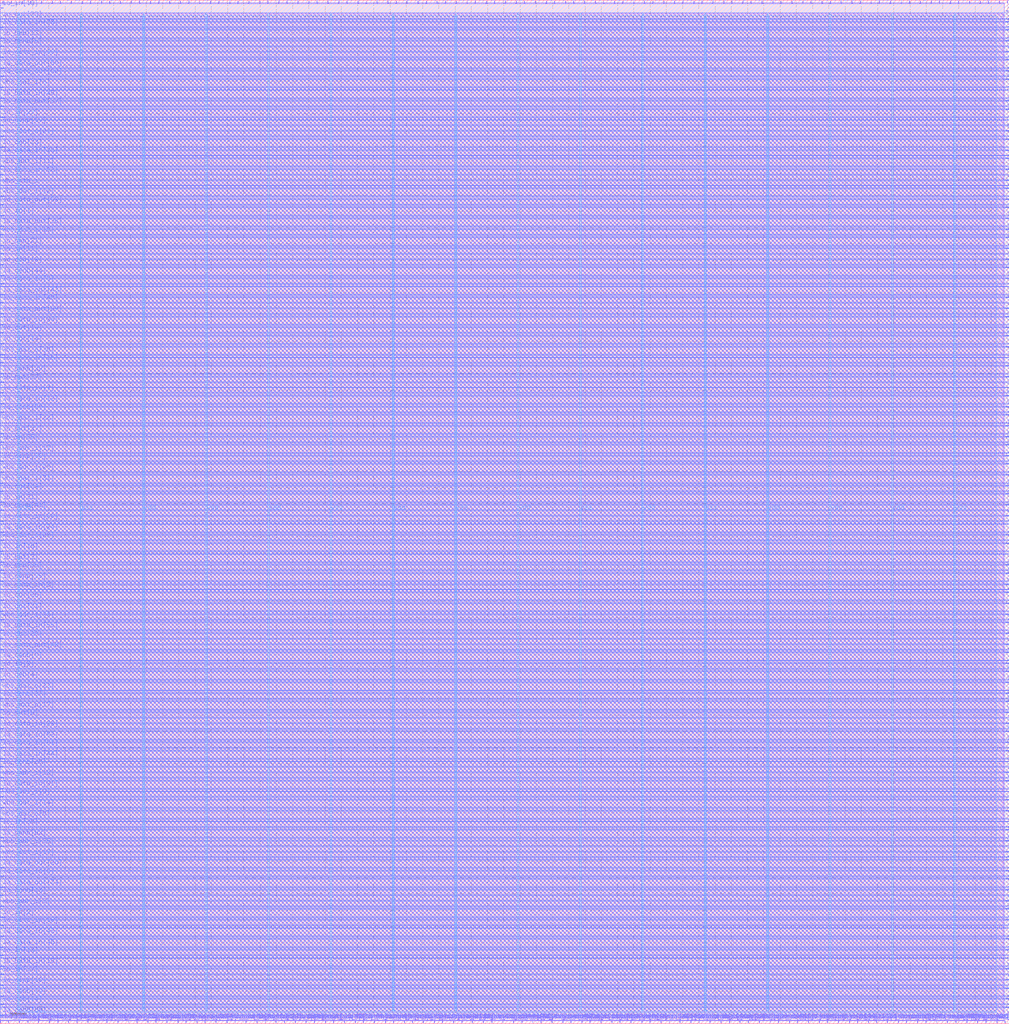
<source format=lef>
VERSION 5.7 ;
  NOWIREEXTENSIONATPIN ON ;
  DIVIDERCHAR "/" ;
  BUSBITCHARS "[]" ;
MACRO aes_core
  CLASS BLOCK ;
  FOREIGN aes_core ;
  ORIGIN 0.000 0.000 ;
  SIZE 1242.000 BY 1259.920 ;
  PIN io_in[0]
    DIRECTION INPUT ;
    USE SIGNAL ;
    PORT
      LAYER Metal2 ;
        RECT 732.480 1255.920 733.040 1258.920 ;
    END
  END io_in[0]
  PIN io_in[10]
    DIRECTION INPUT ;
    USE SIGNAL ;
    PORT
      LAYER Metal2 ;
        RECT 161.280 1255.920 161.840 1258.920 ;
    END
  END io_in[10]
  PIN io_in[11]
    DIRECTION INPUT ;
    USE SIGNAL ;
    PORT
      LAYER Metal3 ;
        RECT 1.000 947.520 4.000 948.080 ;
    END
  END io_in[11]
  PIN io_in[12]
    DIRECTION INPUT ;
    USE SIGNAL ;
    PORT
      LAYER Metal3 ;
        RECT 1238.000 1246.560 1241.000 1247.120 ;
    END
  END io_in[12]
  PIN io_in[13]
    DIRECTION INPUT ;
    USE SIGNAL ;
    PORT
      LAYER Metal3 ;
        RECT 1.000 84.000 4.000 84.560 ;
    END
  END io_in[13]
  PIN io_in[14]
    DIRECTION INPUT ;
    USE SIGNAL ;
    PORT
      LAYER Metal2 ;
        RECT 913.920 1255.920 914.480 1258.920 ;
    END
  END io_in[14]
  PIN io_in[15]
    DIRECTION INPUT ;
    USE SIGNAL ;
    PORT
      LAYER Metal3 ;
        RECT 1238.000 809.760 1241.000 810.320 ;
    END
  END io_in[15]
  PIN io_in[16]
    DIRECTION INPUT ;
    USE SIGNAL ;
    PORT
      LAYER Metal3 ;
        RECT 1.000 581.280 4.000 581.840 ;
    END
  END io_in[16]
  PIN io_in[17]
    DIRECTION INPUT ;
    USE SIGNAL ;
    PORT
      LAYER Metal3 ;
        RECT 1238.000 456.960 1241.000 457.520 ;
    END
  END io_in[17]
  PIN io_in[18]
    DIRECTION INPUT ;
    USE SIGNAL ;
    PORT
      LAYER Metal3 ;
        RECT 1.000 1249.920 4.000 1250.480 ;
    END
  END io_in[18]
  PIN io_in[19]
    DIRECTION INPUT ;
    USE SIGNAL ;
    PORT
      LAYER Metal2 ;
        RECT 1216.320 1255.920 1216.880 1258.920 ;
    END
  END io_in[19]
  PIN io_in[1]
    DIRECTION INPUT ;
    USE SIGNAL ;
    PORT
      LAYER Metal3 ;
        RECT 1.000 994.560 4.000 995.120 ;
    END
  END io_in[1]
  PIN io_in[20]
    DIRECTION INPUT ;
    USE SIGNAL ;
    PORT
      LAYER Metal3 ;
        RECT 1238.000 201.600 1241.000 202.160 ;
    END
  END io_in[20]
  PIN io_in[21]
    DIRECTION INPUT ;
    USE SIGNAL ;
    PORT
      LAYER Metal3 ;
        RECT 1.000 641.760 4.000 642.320 ;
    END
  END io_in[21]
  PIN io_in[22]
    DIRECTION INPUT ;
    USE SIGNAL ;
    PORT
      LAYER Metal2 ;
        RECT 268.800 1255.920 269.360 1258.920 ;
    END
  END io_in[22]
  PIN io_in[23]
    DIRECTION INPUT ;
    USE SIGNAL ;
    PORT
      LAYER Metal3 ;
        RECT 1.000 1115.520 4.000 1116.080 ;
    END
  END io_in[23]
  PIN io_in[24]
    DIRECTION INPUT ;
    USE SIGNAL ;
    PORT
      LAYER Metal2 ;
        RECT 1068.480 1.000 1069.040 4.000 ;
    END
  END io_in[24]
  PIN io_in[25]
    DIRECTION INPUT ;
    USE SIGNAL ;
    PORT
      LAYER Metal3 ;
        RECT 1238.000 262.080 1241.000 262.640 ;
    END
  END io_in[25]
  PIN io_in[26]
    DIRECTION INPUT ;
    USE SIGNAL ;
    PORT
      LAYER Metal2 ;
        RECT 1212.960 1.000 1213.520 4.000 ;
    END
  END io_in[26]
  PIN io_in[27]
    DIRECTION INPUT ;
    USE SIGNAL ;
    PORT
      LAYER Metal3 ;
        RECT 1.000 60.480 4.000 61.040 ;
    END
  END io_in[27]
  PIN io_in[28]
    DIRECTION INPUT ;
    USE SIGNAL ;
    PORT
      LAYER Metal2 ;
        RECT 1229.760 1255.920 1230.320 1258.920 ;
    END
  END io_in[28]
  PIN io_in[29]
    DIRECTION INPUT ;
    USE SIGNAL ;
    PORT
      LAYER Metal2 ;
        RECT 635.040 1255.920 635.600 1258.920 ;
    END
  END io_in[29]
  PIN io_in[2]
    DIRECTION INPUT ;
    USE SIGNAL ;
    PORT
      LAYER Metal3 ;
        RECT 1.000 131.040 4.000 131.600 ;
    END
  END io_in[2]
  PIN io_in[30]
    DIRECTION INPUT ;
    USE SIGNAL ;
    PORT
      LAYER Metal3 ;
        RECT 1.000 241.920 4.000 242.480 ;
    END
  END io_in[30]
  PIN io_in[31]
    DIRECTION INPUT ;
    USE SIGNAL ;
    PORT
      LAYER Metal2 ;
        RECT 598.080 1255.920 598.640 1258.920 ;
    END
  END io_in[31]
  PIN io_in[32]
    DIRECTION INPUT ;
    USE SIGNAL ;
    PORT
      LAYER Metal3 ;
        RECT 1238.000 1209.600 1241.000 1210.160 ;
    END
  END io_in[32]
  PIN io_in[33]
    DIRECTION INPUT ;
    USE SIGNAL ;
    PORT
      LAYER Metal2 ;
        RECT 134.400 1255.920 134.960 1258.920 ;
    END
  END io_in[33]
  PIN io_in[34]
    DIRECTION INPUT ;
    USE SIGNAL ;
    PORT
      LAYER Metal3 ;
        RECT 1238.000 940.800 1241.000 941.360 ;
    END
  END io_in[34]
  PIN io_in[35]
    DIRECTION INPUT ;
    USE SIGNAL ;
    PORT
      LAYER Metal3 ;
        RECT 1.000 715.680 4.000 716.240 ;
    END
  END io_in[35]
  PIN io_in[36]
    DIRECTION INPUT ;
    USE SIGNAL ;
    PORT
      LAYER Metal2 ;
        RECT 1058.400 1255.920 1058.960 1258.920 ;
    END
  END io_in[36]
  PIN io_in[37]
    DIRECTION INPUT ;
    USE SIGNAL ;
    PORT
      LAYER Metal3 ;
        RECT 1238.000 309.120 1241.000 309.680 ;
    END
  END io_in[37]
  PIN io_in[3]
    DIRECTION INPUT ;
    USE SIGNAL ;
    PORT
      LAYER Metal3 ;
        RECT 1.000 436.800 4.000 437.360 ;
    END
  END io_in[3]
  PIN io_in[4]
    DIRECTION INPUT ;
    USE SIGNAL ;
    PORT
      LAYER Metal3 ;
        RECT 1238.000 530.880 1241.000 531.440 ;
    END
  END io_in[4]
  PIN io_in[5]
    DIRECTION INPUT ;
    USE SIGNAL ;
    PORT
      LAYER Metal2 ;
        RECT 100.800 1255.920 101.360 1258.920 ;
    END
  END io_in[5]
  PIN io_in[6]
    DIRECTION INPUT ;
    USE SIGNAL ;
    PORT
      LAYER Metal2 ;
        RECT 1011.360 1255.920 1011.920 1258.920 ;
    END
  END io_in[6]
  PIN io_in[7]
    DIRECTION INPUT ;
    USE SIGNAL ;
    PORT
      LAYER Metal2 ;
        RECT 436.800 1.000 437.360 4.000 ;
    END
  END io_in[7]
  PIN io_in[8]
    DIRECTION INPUT ;
    USE SIGNAL ;
    PORT
      LAYER Metal3 ;
        RECT 1238.000 967.680 1241.000 968.240 ;
    END
  END io_in[8]
  PIN io_in[9]
    DIRECTION INPUT ;
    USE SIGNAL ;
    PORT
      LAYER Metal2 ;
        RECT 252.000 1.000 252.560 4.000 ;
    END
  END io_in[9]
  PIN io_oeb[0]
    DIRECTION OUTPUT TRISTATE ;
    USE SIGNAL ;
    PORT
      LAYER Metal3 ;
        RECT 1238.000 117.600 1241.000 118.160 ;
    END
  END io_oeb[0]
  PIN io_oeb[10]
    DIRECTION OUTPUT TRISTATE ;
    USE SIGNAL ;
    PORT
      LAYER Metal3 ;
        RECT 1238.000 211.680 1241.000 212.240 ;
    END
  END io_oeb[10]
  PIN io_oeb[11]
    DIRECTION OUTPUT TRISTATE ;
    USE SIGNAL ;
    PORT
      LAYER Metal2 ;
        RECT 920.640 1.000 921.200 4.000 ;
    END
  END io_oeb[11]
  PIN io_oeb[12]
    DIRECTION OUTPUT TRISTATE ;
    USE SIGNAL ;
    PORT
      LAYER Metal2 ;
        RECT 682.080 1255.920 682.640 1258.920 ;
    END
  END io_oeb[12]
  PIN io_oeb[13]
    DIRECTION OUTPUT TRISTATE ;
    USE SIGNAL ;
    PORT
      LAYER Metal3 ;
        RECT 1.000 1212.960 4.000 1213.520 ;
    END
  END io_oeb[13]
  PIN io_oeb[14]
    DIRECTION OUTPUT TRISTATE ;
    USE SIGNAL ;
    PORT
      LAYER Metal3 ;
        RECT 1.000 23.520 4.000 24.080 ;
    END
  END io_oeb[14]
  PIN io_oeb[15]
    DIRECTION OUTPUT TRISTATE ;
    USE SIGNAL ;
    PORT
      LAYER Metal2 ;
        RECT 208.320 1255.920 208.880 1258.920 ;
    END
  END io_oeb[15]
  PIN io_oeb[16]
    DIRECTION OUTPUT TRISTATE ;
    USE SIGNAL ;
    PORT
      LAYER Metal2 ;
        RECT 329.280 1255.920 329.840 1258.920 ;
    END
  END io_oeb[16]
  PIN io_oeb[17]
    DIRECTION OUTPUT TRISTATE ;
    USE SIGNAL ;
    PORT
      LAYER Metal2 ;
        RECT 171.360 1255.920 171.920 1258.920 ;
    END
  END io_oeb[17]
  PIN io_oeb[18]
    DIRECTION OUTPUT TRISTATE ;
    USE SIGNAL ;
    PORT
      LAYER Metal3 ;
        RECT 1.000 934.080 4.000 934.640 ;
    END
  END io_oeb[18]
  PIN io_oeb[19]
    DIRECTION OUTPUT TRISTATE ;
    USE SIGNAL ;
    PORT
      LAYER Metal2 ;
        RECT 739.200 1.000 739.760 4.000 ;
    END
  END io_oeb[19]
  PIN io_oeb[1]
    DIRECTION OUTPUT TRISTATE ;
    USE SIGNAL ;
    PORT
      LAYER Metal3 ;
        RECT 1238.000 1088.640 1241.000 1089.200 ;
    END
  END io_oeb[1]
  PIN io_oeb[20]
    DIRECTION OUTPUT TRISTATE ;
    USE SIGNAL ;
    PORT
      LAYER Metal3 ;
        RECT 1238.000 275.520 1241.000 276.080 ;
    END
  END io_oeb[20]
  PIN io_oeb[21]
    DIRECTION OUTPUT TRISTATE ;
    USE SIGNAL ;
    PORT
      LAYER Metal3 ;
        RECT 1.000 957.600 4.000 958.160 ;
    END
  END io_oeb[21]
  PIN io_oeb[22]
    DIRECTION OUTPUT TRISTATE ;
    USE SIGNAL ;
    PORT
      LAYER Metal2 ;
        RECT 1165.920 1.000 1166.480 4.000 ;
    END
  END io_oeb[22]
  PIN io_oeb[23]
    DIRECTION OUTPUT TRISTATE ;
    USE SIGNAL ;
    PORT
      LAYER Metal3 ;
        RECT 1.000 1078.560 4.000 1079.120 ;
    END
  END io_oeb[23]
  PIN io_oeb[24]
    DIRECTION OUTPUT TRISTATE ;
    USE SIGNAL ;
    PORT
      LAYER Metal2 ;
        RECT 1031.520 1.000 1032.080 4.000 ;
    END
  END io_oeb[24]
  PIN io_oeb[25]
    DIRECTION OUTPUT TRISTATE ;
    USE SIGNAL ;
    PORT
      LAYER Metal2 ;
        RECT 537.600 1255.920 538.160 1258.920 ;
    END
  END io_oeb[25]
  PIN io_oeb[26]
    DIRECTION OUTPUT TRISTATE ;
    USE SIGNAL ;
    PORT
      LAYER Metal2 ;
        RECT 672.000 1255.920 672.560 1258.920 ;
    END
  END io_oeb[26]
  PIN io_oeb[27]
    DIRECTION OUTPUT TRISTATE ;
    USE SIGNAL ;
    PORT
      LAYER Metal2 ;
        RECT 1115.520 1.000 1116.080 4.000 ;
    END
  END io_oeb[27]
  PIN io_oeb[28]
    DIRECTION OUTPUT TRISTATE ;
    USE SIGNAL ;
    PORT
      LAYER Metal3 ;
        RECT 1238.000 443.520 1241.000 444.080 ;
    END
  END io_oeb[28]
  PIN io_oeb[29]
    DIRECTION OUTPUT TRISTATE ;
    USE SIGNAL ;
    PORT
      LAYER Metal2 ;
        RECT 900.480 1255.920 901.040 1258.920 ;
    END
  END io_oeb[29]
  PIN io_oeb[2]
    DIRECTION OUTPUT TRISTATE ;
    USE SIGNAL ;
    PORT
      LAYER Metal2 ;
        RECT 1048.320 1255.920 1048.880 1258.920 ;
    END
  END io_oeb[2]
  PIN io_oeb[30]
    DIRECTION OUTPUT TRISTATE ;
    USE SIGNAL ;
    PORT
      LAYER Metal2 ;
        RECT 120.960 1.000 121.520 4.000 ;
    END
  END io_oeb[30]
  PIN io_oeb[31]
    DIRECTION OUTPUT TRISTATE ;
    USE SIGNAL ;
    PORT
      LAYER Metal2 ;
        RECT 1179.360 1255.920 1179.920 1258.920 ;
    END
  END io_oeb[31]
  PIN io_oeb[32]
    DIRECTION OUTPUT TRISTATE ;
    USE SIGNAL ;
    PORT
      LAYER Metal2 ;
        RECT 497.280 1.000 497.840 4.000 ;
    END
  END io_oeb[32]
  PIN io_oeb[33]
    DIRECTION OUTPUT TRISTATE ;
    USE SIGNAL ;
    PORT
      LAYER Metal2 ;
        RECT 184.800 1255.920 185.360 1258.920 ;
    END
  END io_oeb[33]
  PIN io_oeb[34]
    DIRECTION OUTPUT TRISTATE ;
    USE SIGNAL ;
    PORT
      LAYER Metal2 ;
        RECT 50.400 1255.920 50.960 1258.920 ;
    END
  END io_oeb[34]
  PIN io_oeb[35]
    DIRECTION OUTPUT TRISTATE ;
    USE SIGNAL ;
    PORT
      LAYER Metal3 ;
        RECT 1.000 557.760 4.000 558.320 ;
    END
  END io_oeb[35]
  PIN io_oeb[36]
    DIRECTION OUTPUT TRISTATE ;
    USE SIGNAL ;
    PORT
      LAYER Metal2 ;
        RECT 1044.960 1.000 1045.520 4.000 ;
    END
  END io_oeb[36]
  PIN io_oeb[37]
    DIRECTION OUTPUT TRISTATE ;
    USE SIGNAL ;
    PORT
      LAYER Metal3 ;
        RECT 1238.000 493.920 1241.000 494.480 ;
    END
  END io_oeb[37]
  PIN io_oeb[3]
    DIRECTION OUTPUT TRISTATE ;
    USE SIGNAL ;
    PORT
      LAYER Metal2 ;
        RECT 1095.360 1255.920 1095.920 1258.920 ;
    END
  END io_oeb[3]
  PIN io_oeb[4]
    DIRECTION OUTPUT TRISTATE ;
    USE SIGNAL ;
    PORT
      LAYER Metal3 ;
        RECT 1.000 423.360 4.000 423.920 ;
    END
  END io_oeb[4]
  PIN io_oeb[5]
    DIRECTION OUTPUT TRISTATE ;
    USE SIGNAL ;
    PORT
      LAYER Metal3 ;
        RECT 1238.000 188.160 1241.000 188.720 ;
    END
  END io_oeb[5]
  PIN io_oeb[6]
    DIRECTION OUTPUT TRISTATE ;
    USE SIGNAL ;
    PORT
      LAYER Metal2 ;
        RECT 1145.760 1255.920 1146.320 1258.920 ;
    END
  END io_oeb[6]
  PIN io_oeb[7]
    DIRECTION OUTPUT TRISTATE ;
    USE SIGNAL ;
    PORT
      LAYER Metal2 ;
        RECT 520.800 1.000 521.360 4.000 ;
    END
  END io_oeb[7]
  PIN io_oeb[8]
    DIRECTION OUTPUT TRISTATE ;
    USE SIGNAL ;
    PORT
      LAYER Metal2 ;
        RECT 776.160 1.000 776.720 4.000 ;
    END
  END io_oeb[8]
  PIN io_oeb[9]
    DIRECTION OUTPUT TRISTATE ;
    USE SIGNAL ;
    PORT
      LAYER Metal3 ;
        RECT 1238.000 141.120 1241.000 141.680 ;
    END
  END io_oeb[9]
  PIN io_out[0]
    DIRECTION OUTPUT TRISTATE ;
    USE SIGNAL ;
    PORT
      LAYER Metal3 ;
        RECT 1238.000 782.880 1241.000 783.440 ;
    END
  END io_out[0]
  PIN io_out[10]
    DIRECTION OUTPUT TRISTATE ;
    USE SIGNAL ;
    PORT
      LAYER Metal3 ;
        RECT 1.000 850.080 4.000 850.640 ;
    END
  END io_out[10]
  PIN io_out[11]
    DIRECTION OUTPUT TRISTATE ;
    USE SIGNAL ;
    PORT
      LAYER Metal3 ;
        RECT 1238.000 1135.680 1241.000 1136.240 ;
    END
  END io_out[11]
  PIN io_out[12]
    DIRECTION OUTPUT TRISTATE ;
    USE SIGNAL ;
    PORT
      LAYER Metal2 ;
        RECT 561.120 1255.920 561.680 1258.920 ;
    END
  END io_out[12]
  PIN io_out[13]
    DIRECTION OUTPUT TRISTATE ;
    USE SIGNAL ;
    PORT
      LAYER Metal2 ;
        RECT 144.480 1.000 145.040 4.000 ;
    END
  END io_out[13]
  PIN io_out[14]
    DIRECTION OUTPUT TRISTATE ;
    USE SIGNAL ;
    PORT
      LAYER Metal3 ;
        RECT 1.000 836.640 4.000 837.200 ;
    END
  END io_out[14]
  PIN io_out[15]
    DIRECTION OUTPUT TRISTATE ;
    USE SIGNAL ;
    PORT
      LAYER Metal2 ;
        RECT 799.680 1.000 800.240 4.000 ;
    END
  END io_out[15]
  PIN io_out[16]
    DIRECTION OUTPUT TRISTATE ;
    USE SIGNAL ;
    PORT
      LAYER Metal2 ;
        RECT 84.000 1.000 84.560 4.000 ;
    END
  END io_out[16]
  PIN io_out[17]
    DIRECTION OUTPUT TRISTATE ;
    USE SIGNAL ;
    PORT
      LAYER Metal3 ;
        RECT 1238.000 712.320 1241.000 712.880 ;
    END
  END io_out[17]
  PIN io_out[18]
    DIRECTION OUTPUT TRISTATE ;
    USE SIGNAL ;
    PORT
      LAYER Metal2 ;
        RECT 557.760 1.000 558.320 4.000 ;
    END
  END io_out[18]
  PIN io_out[19]
    DIRECTION OUTPUT TRISTATE ;
    USE SIGNAL ;
    PORT
      LAYER Metal2 ;
        RECT 409.920 1.000 410.480 4.000 ;
    END
  END io_out[19]
  PIN io_out[1]
    DIRECTION OUTPUT TRISTATE ;
    USE SIGNAL ;
    PORT
      LAYER Metal3 ;
        RECT 1238.000 406.560 1241.000 407.120 ;
    END
  END io_out[1]
  PIN io_out[20]
    DIRECTION OUTPUT TRISTATE ;
    USE SIGNAL ;
    PORT
      LAYER Metal2 ;
        RECT 1055.040 1.000 1055.600 4.000 ;
    END
  END io_out[20]
  PIN io_out[21]
    DIRECTION OUTPUT TRISTATE ;
    USE SIGNAL ;
    PORT
      LAYER Metal3 ;
        RECT 1.000 507.360 4.000 507.920 ;
    END
  END io_out[21]
  PIN io_out[22]
    DIRECTION OUTPUT TRISTATE ;
    USE SIGNAL ;
    PORT
      LAYER Metal2 ;
        RECT 1169.280 1255.920 1169.840 1258.920 ;
    END
  END io_out[22]
  PIN io_out[23]
    DIRECTION OUTPUT TRISTATE ;
    USE SIGNAL ;
    PORT
      LAYER Metal3 ;
        RECT 1.000 1236.480 4.000 1237.040 ;
    END
  END io_out[23]
  PIN io_out[24]
    DIRECTION OUTPUT TRISTATE ;
    USE SIGNAL ;
    PORT
      LAYER Metal3 ;
        RECT 1.000 655.200 4.000 655.760 ;
    END
  END io_out[24]
  PIN io_out[25]
    DIRECTION OUTPUT TRISTATE ;
    USE SIGNAL ;
    PORT
      LAYER Metal2 ;
        RECT 823.200 1.000 823.760 4.000 ;
    END
  END io_out[25]
  PIN io_out[26]
    DIRECTION OUTPUT TRISTATE ;
    USE SIGNAL ;
    PORT
      LAYER Metal2 ;
        RECT 705.600 1255.920 706.160 1258.920 ;
    END
  END io_out[26]
  PIN io_out[27]
    DIRECTION OUTPUT TRISTATE ;
    USE SIGNAL ;
    PORT
      LAYER Metal3 ;
        RECT 1.000 789.600 4.000 790.160 ;
    END
  END io_out[27]
  PIN io_out[28]
    DIRECTION OUTPUT TRISTATE ;
    USE SIGNAL ;
    PORT
      LAYER Metal3 ;
        RECT 1238.000 248.640 1241.000 249.200 ;
    END
  END io_out[28]
  PIN io_out[29]
    DIRECTION OUTPUT TRISTATE ;
    USE SIGNAL ;
    PORT
      LAYER Metal3 ;
        RECT 1.000 473.760 4.000 474.320 ;
    END
  END io_out[29]
  PIN io_out[2]
    DIRECTION OUTPUT TRISTATE ;
    USE SIGNAL ;
    PORT
      LAYER Metal3 ;
        RECT 1.000 567.840 4.000 568.400 ;
    END
  END io_out[2]
  PIN io_out[30]
    DIRECTION OUTPUT TRISTATE ;
    USE SIGNAL ;
    PORT
      LAYER Metal2 ;
        RECT 813.120 1.000 813.680 4.000 ;
    END
  END io_out[30]
  PIN io_out[31]
    DIRECTION OUTPUT TRISTATE ;
    USE SIGNAL ;
    PORT
      LAYER Metal3 ;
        RECT 1238.000 178.080 1241.000 178.640 ;
    END
  END io_out[31]
  PIN io_out[32]
    DIRECTION OUTPUT TRISTATE ;
    USE SIGNAL ;
    PORT
      LAYER Metal3 ;
        RECT 1238.000 1233.120 1241.000 1233.680 ;
    END
  END io_out[32]
  PIN io_out[33]
    DIRECTION OUTPUT TRISTATE ;
    USE SIGNAL ;
    PORT
      LAYER Metal3 ;
        RECT 1238.000 43.680 1241.000 44.240 ;
    END
  END io_out[33]
  PIN io_out[34]
    DIRECTION OUTPUT TRISTATE ;
    USE SIGNAL ;
    PORT
      LAYER Metal2 ;
        RECT 282.240 1255.920 282.800 1258.920 ;
    END
  END io_out[34]
  PIN io_out[35]
    DIRECTION OUTPUT TRISTATE ;
    USE SIGNAL ;
    PORT
      LAYER Metal2 ;
        RECT 608.160 1255.920 608.720 1258.920 ;
    END
  END io_out[35]
  PIN io_out[36]
    DIRECTION OUTPUT TRISTATE ;
    USE SIGNAL ;
    PORT
      LAYER Metal3 ;
        RECT 1.000 520.800 4.000 521.360 ;
    END
  END io_out[36]
  PIN io_out[37]
    DIRECTION OUTPUT TRISTATE ;
    USE SIGNAL ;
    PORT
      LAYER Metal3 ;
        RECT 1.000 725.760 4.000 726.320 ;
    END
  END io_out[37]
  PIN io_out[3]
    DIRECTION OUTPUT TRISTATE ;
    USE SIGNAL ;
    PORT
      LAYER Metal2 ;
        RECT 766.080 1255.920 766.640 1258.920 ;
    END
  END io_out[3]
  PIN io_out[4]
    DIRECTION OUTPUT TRISTATE ;
    USE SIGNAL ;
    PORT
      LAYER Metal2 ;
        RECT 897.120 1.000 897.680 4.000 ;
    END
  END io_out[4]
  PIN io_out[5]
    DIRECTION OUTPUT TRISTATE ;
    USE SIGNAL ;
    PORT
      LAYER Metal2 ;
        RECT 110.880 1255.920 111.440 1258.920 ;
    END
  END io_out[5]
  PIN io_out[6]
    DIRECTION OUTPUT TRISTATE ;
    USE SIGNAL ;
    PORT
      LAYER Metal3 ;
        RECT 1.000 376.320 4.000 376.880 ;
    END
  END io_out[6]
  PIN io_out[7]
    DIRECTION OUTPUT TRISTATE ;
    USE SIGNAL ;
    PORT
      LAYER Metal2 ;
        RECT 1226.400 1.000 1226.960 4.000 ;
    END
  END io_out[7]
  PIN io_out[8]
    DIRECTION OUTPUT TRISTATE ;
    USE SIGNAL ;
    PORT
      LAYER Metal2 ;
        RECT 460.320 1.000 460.880 4.000 ;
    END
  END io_out[8]
  PIN io_out[9]
    DIRECTION OUTPUT TRISTATE ;
    USE SIGNAL ;
    PORT
      LAYER Metal2 ;
        RECT 376.320 1.000 376.880 4.000 ;
    END
  END io_out[9]
  PIN la_data_in[0]
    DIRECTION INPUT ;
    USE SIGNAL ;
    PORT
      LAYER Metal2 ;
        RECT 514.080 1255.920 514.640 1258.920 ;
    END
  END la_data_in[0]
  PIN la_data_in[10]
    DIRECTION INPUT ;
    USE SIGNAL ;
    PORT
      LAYER Metal2 ;
        RECT 1132.320 1255.920 1132.880 1258.920 ;
    END
  END la_data_in[10]
  PIN la_data_in[11]
    DIRECTION INPUT ;
    USE SIGNAL ;
    PORT
      LAYER Metal2 ;
        RECT 581.280 1.000 581.840 4.000 ;
    END
  END la_data_in[11]
  PIN la_data_in[12]
    DIRECTION INPUT ;
    USE SIGNAL ;
    PORT
      LAYER Metal3 ;
        RECT 1.000 762.720 4.000 763.280 ;
    END
  END la_data_in[12]
  PIN la_data_in[13]
    DIRECTION INPUT ;
    USE SIGNAL ;
    PORT
      LAYER Metal2 ;
        RECT 974.400 1255.920 974.960 1258.920 ;
    END
  END la_data_in[13]
  PIN la_data_in[14]
    DIRECTION INPUT ;
    USE SIGNAL ;
    PORT
      LAYER Metal3 ;
        RECT 1238.000 1223.040 1241.000 1223.600 ;
    END
  END la_data_in[14]
  PIN la_data_in[15]
    DIRECTION INPUT ;
    USE SIGNAL ;
    PORT
      LAYER Metal3 ;
        RECT 1238.000 322.560 1241.000 323.120 ;
    END
  END la_data_in[15]
  PIN la_data_in[16]
    DIRECTION INPUT ;
    USE SIGNAL ;
    PORT
      LAYER Metal3 ;
        RECT 1.000 813.120 4.000 813.680 ;
    END
  END la_data_in[16]
  PIN la_data_in[17]
    DIRECTION INPUT ;
    USE SIGNAL ;
    PORT
      LAYER Metal3 ;
        RECT 1238.000 238.560 1241.000 239.120 ;
    END
  END la_data_in[17]
  PIN la_data_in[18]
    DIRECTION INPUT ;
    USE SIGNAL ;
    PORT
      LAYER Metal3 ;
        RECT 1.000 120.960 4.000 121.520 ;
    END
  END la_data_in[18]
  PIN la_data_in[19]
    DIRECTION INPUT ;
    USE SIGNAL ;
    PORT
      LAYER Metal3 ;
        RECT 1.000 70.560 4.000 71.120 ;
    END
  END la_data_in[19]
  PIN la_data_in[1]
    DIRECTION INPUT ;
    USE SIGNAL ;
    PORT
      LAYER Metal2 ;
        RECT 997.920 1255.920 998.480 1258.920 ;
    END
  END la_data_in[1]
  PIN la_data_in[20]
    DIRECTION INPUT ;
    USE SIGNAL ;
    PORT
      LAYER Metal2 ;
        RECT 779.520 1255.920 780.080 1258.920 ;
    END
  END la_data_in[20]
  PIN la_data_in[21]
    DIRECTION INPUT ;
    USE SIGNAL ;
    PORT
      LAYER Metal3 ;
        RECT 1238.000 1038.240 1241.000 1038.800 ;
    END
  END la_data_in[21]
  PIN la_data_in[22]
    DIRECTION INPUT ;
    USE SIGNAL ;
    PORT
      LAYER Metal2 ;
        RECT 924.000 1255.920 924.560 1258.920 ;
    END
  END la_data_in[22]
  PIN la_data_in[23]
    DIRECTION INPUT ;
    USE SIGNAL ;
    PORT
      LAYER Metal3 ;
        RECT 1.000 362.880 4.000 363.440 ;
    END
  END la_data_in[23]
  PIN la_data_in[24]
    DIRECTION INPUT ;
    USE SIGNAL ;
    PORT
      LAYER Metal3 ;
        RECT 1.000 604.800 4.000 605.360 ;
    END
  END la_data_in[24]
  PIN la_data_in[25]
    DIRECTION INPUT ;
    USE SIGNAL ;
    PORT
      LAYER Metal3 ;
        RECT 1.000 1068.480 4.000 1069.040 ;
    END
  END la_data_in[25]
  PIN la_data_in[26]
    DIRECTION INPUT ;
    USE SIGNAL ;
    PORT
      LAYER Metal3 ;
        RECT 1238.000 1149.120 1241.000 1149.680 ;
    END
  END la_data_in[26]
  PIN la_data_in[27]
    DIRECTION INPUT ;
    USE SIGNAL ;
    PORT
      LAYER Metal3 ;
        RECT 1238.000 688.800 1241.000 689.360 ;
    END
  END la_data_in[27]
  PIN la_data_in[28]
    DIRECTION INPUT ;
    USE SIGNAL ;
    PORT
      LAYER Metal3 ;
        RECT 1.000 1226.400 4.000 1226.960 ;
    END
  END la_data_in[28]
  PIN la_data_in[29]
    DIRECTION INPUT ;
    USE SIGNAL ;
    PORT
      LAYER Metal3 ;
        RECT 1238.000 517.440 1241.000 518.000 ;
    END
  END la_data_in[29]
  PIN la_data_in[2]
    DIRECTION INPUT ;
    USE SIGNAL ;
    PORT
      LAYER Metal3 ;
        RECT 1238.000 1075.200 1241.000 1075.760 ;
    END
  END la_data_in[2]
  PIN la_data_in[30]
    DIRECTION INPUT ;
    USE SIGNAL ;
    PORT
      LAYER Metal2 ;
        RECT 1176.000 1.000 1176.560 4.000 ;
    END
  END la_data_in[30]
  PIN la_data_in[31]
    DIRECTION INPUT ;
    USE SIGNAL ;
    PORT
      LAYER Metal3 ;
        RECT 1.000 288.960 4.000 289.520 ;
    END
  END la_data_in[31]
  PIN la_data_in[32]
    DIRECTION INPUT ;
    USE SIGNAL ;
    PORT
      LAYER Metal2 ;
        RECT 873.600 1.000 874.160 4.000 ;
    END
  END la_data_in[32]
  PIN la_data_in[33]
    DIRECTION INPUT ;
    USE SIGNAL ;
    PORT
      LAYER Metal2 ;
        RECT 450.240 1255.920 450.800 1258.920 ;
    END
  END la_data_in[33]
  PIN la_data_in[34]
    DIRECTION INPUT ;
    USE SIGNAL ;
    PORT
      LAYER Metal3 ;
        RECT 1.000 860.160 4.000 860.720 ;
    END
  END la_data_in[34]
  PIN la_data_in[35]
    DIRECTION INPUT ;
    USE SIGNAL ;
    PORT
      LAYER Metal2 ;
        RECT 524.160 1255.920 524.720 1258.920 ;
    END
  END la_data_in[35]
  PIN la_data_in[36]
    DIRECTION INPUT ;
    USE SIGNAL ;
    PORT
      LAYER Metal2 ;
        RECT 840.000 1255.920 840.560 1258.920 ;
    END
  END la_data_in[36]
  PIN la_data_in[37]
    DIRECTION INPUT ;
    USE SIGNAL ;
    PORT
      LAYER Metal2 ;
        RECT 423.360 1.000 423.920 4.000 ;
    END
  END la_data_in[37]
  PIN la_data_in[38]
    DIRECTION INPUT ;
    USE SIGNAL ;
    PORT
      LAYER Metal2 ;
        RECT 594.720 1.000 595.280 4.000 ;
    END
  END la_data_in[38]
  PIN la_data_in[39]
    DIRECTION INPUT ;
    USE SIGNAL ;
    PORT
      LAYER Metal3 ;
        RECT 1.000 1189.440 4.000 1190.000 ;
    END
  END la_data_in[39]
  PIN la_data_in[3]
    DIRECTION INPUT ;
    USE SIGNAL ;
    PORT
      LAYER Metal3 ;
        RECT 1.000 534.240 4.000 534.800 ;
    END
  END la_data_in[3]
  PIN la_data_in[40]
    DIRECTION INPUT ;
    USE SIGNAL ;
    PORT
      LAYER Metal3 ;
        RECT 1.000 887.040 4.000 887.600 ;
    END
  END la_data_in[40]
  PIN la_data_in[41]
    DIRECTION INPUT ;
    USE SIGNAL ;
    PORT
      LAYER Metal3 ;
        RECT 1238.000 907.200 1241.000 907.760 ;
    END
  END la_data_in[41]
  PIN la_data_in[42]
    DIRECTION INPUT ;
    USE SIGNAL ;
    PORT
      LAYER Metal3 ;
        RECT 1238.000 893.760 1241.000 894.320 ;
    END
  END la_data_in[42]
  PIN la_data_in[43]
    DIRECTION INPUT ;
    USE SIGNAL ;
    PORT
      LAYER Metal3 ;
        RECT 1.000 107.520 4.000 108.080 ;
    END
  END la_data_in[43]
  PIN la_data_in[44]
    DIRECTION INPUT ;
    USE SIGNAL ;
    PORT
      LAYER Metal3 ;
        RECT 1.000 325.920 4.000 326.480 ;
    END
  END la_data_in[44]
  PIN la_data_in[45]
    DIRECTION INPUT ;
    USE SIGNAL ;
    PORT
      LAYER Metal3 ;
        RECT 1.000 94.080 4.000 94.640 ;
    END
  END la_data_in[45]
  PIN la_data_in[46]
    DIRECTION INPUT ;
    USE SIGNAL ;
    PORT
      LAYER Metal2 ;
        RECT 302.400 1.000 302.960 4.000 ;
    END
  END la_data_in[46]
  PIN la_data_in[47]
    DIRECTION INPUT ;
    USE SIGNAL ;
    PORT
      LAYER Metal2 ;
        RECT 500.640 1255.920 501.200 1258.920 ;
    END
  END la_data_in[47]
  PIN la_data_in[48]
    DIRECTION INPUT ;
    USE SIGNAL ;
    PORT
      LAYER Metal2 ;
        RECT 567.840 1.000 568.400 4.000 ;
    END
  END la_data_in[48]
  PIN la_data_in[49]
    DIRECTION INPUT ;
    USE SIGNAL ;
    PORT
      LAYER Metal3 ;
        RECT 1.000 1139.040 4.000 1139.600 ;
    END
  END la_data_in[49]
  PIN la_data_in[4]
    DIRECTION INPUT ;
    USE SIGNAL ;
    PORT
      LAYER Metal2 ;
        RECT 379.680 1255.920 380.240 1258.920 ;
    END
  END la_data_in[4]
  PIN la_data_in[50]
    DIRECTION INPUT ;
    USE SIGNAL ;
    PORT
      LAYER Metal3 ;
        RECT 1238.000 336.000 1241.000 336.560 ;
    END
  END la_data_in[50]
  PIN la_data_in[51]
    DIRECTION INPUT ;
    USE SIGNAL ;
    PORT
      LAYER Metal3 ;
        RECT 1.000 339.360 4.000 339.920 ;
    END
  END la_data_in[51]
  PIN la_data_in[52]
    DIRECTION INPUT ;
    USE SIGNAL ;
    PORT
      LAYER Metal3 ;
        RECT 1.000 349.440 4.000 350.000 ;
    END
  END la_data_in[52]
  PIN la_data_in[53]
    DIRECTION INPUT ;
    USE SIGNAL ;
    PORT
      LAYER Metal3 ;
        RECT 1238.000 30.240 1241.000 30.800 ;
    END
  END la_data_in[53]
  PIN la_data_in[54]
    DIRECTION INPUT ;
    USE SIGNAL ;
    PORT
      LAYER Metal2 ;
        RECT 446.880 1.000 447.440 4.000 ;
    END
  END la_data_in[54]
  PIN la_data_in[55]
    DIRECTION INPUT ;
    USE SIGNAL ;
    PORT
      LAYER Metal3 ;
        RECT 1.000 483.840 4.000 484.400 ;
    END
  END la_data_in[55]
  PIN la_data_in[56]
    DIRECTION INPUT ;
    USE SIGNAL ;
    PORT
      LAYER Metal2 ;
        RECT 218.400 1.000 218.960 4.000 ;
    END
  END la_data_in[56]
  PIN la_data_in[57]
    DIRECTION INPUT ;
    USE SIGNAL ;
    PORT
      LAYER Metal2 ;
        RECT 863.520 1255.920 864.080 1258.920 ;
    END
  END la_data_in[57]
  PIN la_data_in[58]
    DIRECTION INPUT ;
    USE SIGNAL ;
    PORT
      LAYER Metal2 ;
        RECT 950.880 1255.920 951.440 1258.920 ;
    END
  END la_data_in[58]
  PIN la_data_in[59]
    DIRECTION INPUT ;
    USE SIGNAL ;
    PORT
      LAYER Metal2 ;
        RECT 725.760 1.000 726.320 4.000 ;
    END
  END la_data_in[59]
  PIN la_data_in[5]
    DIRECTION INPUT ;
    USE SIGNAL ;
    PORT
      LAYER Metal3 ;
        RECT 1238.000 601.440 1241.000 602.000 ;
    END
  END la_data_in[5]
  PIN la_data_in[60]
    DIRECTION INPUT ;
    USE SIGNAL ;
    PORT
      LAYER Metal3 ;
        RECT 1.000 618.240 4.000 618.800 ;
    END
  END la_data_in[60]
  PIN la_data_in[61]
    DIRECTION INPUT ;
    USE SIGNAL ;
    PORT
      LAYER Metal2 ;
        RECT 3.360 1255.920 3.920 1258.920 ;
    END
  END la_data_in[61]
  PIN la_data_in[62]
    DIRECTION INPUT ;
    USE SIGNAL ;
    PORT
      LAYER Metal3 ;
        RECT 1.000 1044.960 4.000 1045.520 ;
    END
  END la_data_in[62]
  PIN la_data_in[63]
    DIRECTION INPUT ;
    USE SIGNAL ;
    PORT
      LAYER Metal2 ;
        RECT 695.520 1255.920 696.080 1258.920 ;
    END
  END la_data_in[63]
  PIN la_data_in[6]
    DIRECTION INPUT ;
    USE SIGNAL ;
    PORT
      LAYER Metal3 ;
        RECT 1.000 181.440 4.000 182.000 ;
    END
  END la_data_in[6]
  PIN la_data_in[7]
    DIRECTION INPUT ;
    USE SIGNAL ;
    PORT
      LAYER Metal3 ;
        RECT 1.000 776.160 4.000 776.720 ;
    END
  END la_data_in[7]
  PIN la_data_in[8]
    DIRECTION INPUT ;
    USE SIGNAL ;
    PORT
      LAYER Metal2 ;
        RECT 887.040 1.000 887.600 4.000 ;
    END
  END la_data_in[8]
  PIN la_data_in[9]
    DIRECTION INPUT ;
    USE SIGNAL ;
    PORT
      LAYER Metal3 ;
        RECT 1.000 910.560 4.000 911.120 ;
    END
  END la_data_in[9]
  PIN la_data_out[0]
    DIRECTION OUTPUT TRISTATE ;
    USE SIGNAL ;
    PORT
      LAYER Metal2 ;
        RECT 352.800 1255.920 353.360 1258.920 ;
    END
  END la_data_out[0]
  PIN la_data_out[10]
    DIRECTION OUTPUT TRISTATE ;
    USE SIGNAL ;
    PORT
      LAYER Metal3 ;
        RECT 1238.000 504.000 1241.000 504.560 ;
    END
  END la_data_out[10]
  PIN la_data_out[11]
    DIRECTION OUTPUT TRISTATE ;
    USE SIGNAL ;
    PORT
      LAYER Metal3 ;
        RECT 1238.000 1172.640 1241.000 1173.200 ;
    END
  END la_data_out[11]
  PIN la_data_out[12]
    DIRECTION OUTPUT TRISTATE ;
    USE SIGNAL ;
    PORT
      LAYER Metal3 ;
        RECT 1238.000 675.360 1241.000 675.920 ;
    END
  END la_data_out[12]
  PIN la_data_out[13]
    DIRECTION OUTPUT TRISTATE ;
    USE SIGNAL ;
    PORT
      LAYER Metal2 ;
        RECT 621.600 1255.920 622.160 1258.920 ;
    END
  END la_data_out[13]
  PIN la_data_out[14]
    DIRECTION OUTPUT TRISTATE ;
    USE SIGNAL ;
    PORT
      LAYER Metal2 ;
        RECT 547.680 1255.920 548.240 1258.920 ;
    END
  END la_data_out[14]
  PIN la_data_out[15]
    DIRECTION OUTPUT TRISTATE ;
    USE SIGNAL ;
    PORT
      LAYER Metal2 ;
        RECT 655.200 1.000 655.760 4.000 ;
    END
  END la_data_out[15]
  PIN la_data_out[16]
    DIRECTION OUTPUT TRISTATE ;
    USE SIGNAL ;
    PORT
      LAYER Metal3 ;
        RECT 1238.000 577.920 1241.000 578.480 ;
    END
  END la_data_out[16]
  PIN la_data_out[17]
    DIRECTION OUTPUT TRISTATE ;
    USE SIGNAL ;
    PORT
      LAYER Metal2 ;
        RECT 584.640 1255.920 585.200 1258.920 ;
    END
  END la_data_out[17]
  PIN la_data_out[18]
    DIRECTION OUTPUT TRISTATE ;
    USE SIGNAL ;
    PORT
      LAYER Metal3 ;
        RECT 1238.000 870.240 1241.000 870.800 ;
    END
  END la_data_out[18]
  PIN la_data_out[19]
    DIRECTION OUTPUT TRISTATE ;
    USE SIGNAL ;
    PORT
      LAYER Metal2 ;
        RECT 658.560 1255.920 659.120 1258.920 ;
    END
  END la_data_out[19]
  PIN la_data_out[1]
    DIRECTION OUTPUT TRISTATE ;
    USE SIGNAL ;
    PORT
      LAYER Metal2 ;
        RECT 362.880 1.000 363.440 4.000 ;
    END
  END la_data_out[1]
  PIN la_data_out[20]
    DIRECTION OUTPUT TRISTATE ;
    USE SIGNAL ;
    PORT
      LAYER Metal3 ;
        RECT 1.000 191.520 4.000 192.080 ;
    END
  END la_data_out[20]
  PIN la_data_out[21]
    DIRECTION OUTPUT TRISTATE ;
    USE SIGNAL ;
    PORT
      LAYER Metal2 ;
        RECT 665.280 1.000 665.840 4.000 ;
    END
  END la_data_out[21]
  PIN la_data_out[22]
    DIRECTION OUTPUT TRISTATE ;
    USE SIGNAL ;
    PORT
      LAYER Metal2 ;
        RECT 1081.920 1255.920 1082.480 1258.920 ;
    END
  END la_data_out[22]
  PIN la_data_out[23]
    DIRECTION OUTPUT TRISTATE ;
    USE SIGNAL ;
    PORT
      LAYER Metal2 ;
        RECT 168.000 1.000 168.560 4.000 ;
    END
  END la_data_out[23]
  PIN la_data_out[24]
    DIRECTION OUTPUT TRISTATE ;
    USE SIGNAL ;
    PORT
      LAYER Metal3 ;
        RECT 1.000 168.000 4.000 168.560 ;
    END
  END la_data_out[24]
  PIN la_data_out[25]
    DIRECTION OUTPUT TRISTATE ;
    USE SIGNAL ;
    PORT
      LAYER Metal2 ;
        RECT 534.240 1.000 534.800 4.000 ;
    END
  END la_data_out[25]
  PIN la_data_out[26]
    DIRECTION OUTPUT TRISTATE ;
    USE SIGNAL ;
    PORT
      LAYER Metal3 ;
        RECT 1.000 981.120 4.000 981.680 ;
    END
  END la_data_out[26]
  PIN la_data_out[27]
    DIRECTION OUTPUT TRISTATE ;
    USE SIGNAL ;
    PORT
      LAYER Metal3 ;
        RECT 1238.000 564.480 1241.000 565.040 ;
    END
  END la_data_out[27]
  PIN la_data_out[28]
    DIRECTION OUTPUT TRISTATE ;
    USE SIGNAL ;
    PORT
      LAYER Metal2 ;
        RECT 36.960 1255.920 37.520 1258.920 ;
    END
  END la_data_out[28]
  PIN la_data_out[29]
    DIRECTION OUTPUT TRISTATE ;
    USE SIGNAL ;
    PORT
      LAYER Metal2 ;
        RECT 194.880 1255.920 195.440 1258.920 ;
    END
  END la_data_out[29]
  PIN la_data_out[2]
    DIRECTION OUTPUT TRISTATE ;
    USE SIGNAL ;
    PORT
      LAYER Metal2 ;
        RECT 26.880 1255.920 27.440 1258.920 ;
    END
  END la_data_out[2]
  PIN la_data_out[30]
    DIRECTION OUTPUT TRISTATE ;
    USE SIGNAL ;
    PORT
      LAYER Metal2 ;
        RECT 604.800 1.000 605.360 4.000 ;
    END
  END la_data_out[30]
  PIN la_data_out[31]
    DIRECTION OUTPUT TRISTATE ;
    USE SIGNAL ;
    PORT
      LAYER Metal2 ;
        RECT 339.360 1.000 339.920 4.000 ;
    END
  END la_data_out[31]
  PIN la_data_out[32]
    DIRECTION OUTPUT TRISTATE ;
    USE SIGNAL ;
    PORT
      LAYER Metal3 ;
        RECT 1238.000 1004.640 1241.000 1005.200 ;
    END
  END la_data_out[32]
  PIN la_data_out[33]
    DIRECTION OUTPUT TRISTATE ;
    USE SIGNAL ;
    PORT
      LAYER Metal3 ;
        RECT 1238.000 480.480 1241.000 481.040 ;
    END
  END la_data_out[33]
  PIN la_data_out[34]
    DIRECTION OUTPUT TRISTATE ;
    USE SIGNAL ;
    PORT
      LAYER Metal3 ;
        RECT 1238.000 20.160 1241.000 20.720 ;
    END
  END la_data_out[34]
  PIN la_data_out[35]
    DIRECTION OUTPUT TRISTATE ;
    USE SIGNAL ;
    PORT
      LAYER Metal3 ;
        RECT 1238.000 164.640 1241.000 165.200 ;
    END
  END la_data_out[35]
  PIN la_data_out[36]
    DIRECTION OUTPUT TRISTATE ;
    USE SIGNAL ;
    PORT
      LAYER Metal2 ;
        RECT 876.960 1255.920 877.520 1258.920 ;
    END
  END la_data_out[36]
  PIN la_data_out[37]
    DIRECTION OUTPUT TRISTATE ;
    USE SIGNAL ;
    PORT
      LAYER Metal3 ;
        RECT 1.000 1128.960 4.000 1129.520 ;
    END
  END la_data_out[37]
  PIN la_data_out[38]
    DIRECTION OUTPUT TRISTATE ;
    USE SIGNAL ;
    PORT
      LAYER Metal3 ;
        RECT 1238.000 369.600 1241.000 370.160 ;
    END
  END la_data_out[38]
  PIN la_data_out[39]
    DIRECTION OUTPUT TRISTATE ;
    USE SIGNAL ;
    PORT
      LAYER Metal3 ;
        RECT 1238.000 1051.680 1241.000 1052.240 ;
    END
  END la_data_out[39]
  PIN la_data_out[3]
    DIRECTION OUTPUT TRISTATE ;
    USE SIGNAL ;
    PORT
      LAYER Metal2 ;
        RECT 70.560 1.000 71.120 4.000 ;
    END
  END la_data_out[3]
  PIN la_data_out[40]
    DIRECTION OUTPUT TRISTATE ;
    USE SIGNAL ;
    PORT
      LAYER Metal2 ;
        RECT 507.360 1.000 507.920 4.000 ;
    END
  END la_data_out[40]
  PIN la_data_out[41]
    DIRECTION OUTPUT TRISTATE ;
    USE SIGNAL ;
    PORT
      LAYER Metal2 ;
        RECT 756.000 1255.920 756.560 1258.920 ;
    END
  END la_data_out[41]
  PIN la_data_out[42]
    DIRECTION OUTPUT TRISTATE ;
    USE SIGNAL ;
    PORT
      LAYER Metal2 ;
        RECT 1139.040 1.000 1139.600 4.000 ;
    END
  END la_data_out[42]
  PIN la_data_out[43]
    DIRECTION OUTPUT TRISTATE ;
    USE SIGNAL ;
    PORT
      LAYER Metal3 ;
        RECT 1.000 897.120 4.000 897.680 ;
    END
  END la_data_out[43]
  PIN la_data_out[44]
    DIRECTION OUTPUT TRISTATE ;
    USE SIGNAL ;
    PORT
      LAYER Metal2 ;
        RECT 288.960 1.000 289.520 4.000 ;
    END
  END la_data_out[44]
  PIN la_data_out[45]
    DIRECTION OUTPUT TRISTATE ;
    USE SIGNAL ;
    PORT
      LAYER Metal2 ;
        RECT 1128.960 1.000 1129.520 4.000 ;
    END
  END la_data_out[45]
  PIN la_data_out[46]
    DIRECTION OUTPUT TRISTATE ;
    USE SIGNAL ;
    PORT
      LAYER Metal2 ;
        RECT 719.040 1255.920 719.600 1258.920 ;
    END
  END la_data_out[46]
  PIN la_data_out[47]
    DIRECTION OUTPUT TRISTATE ;
    USE SIGNAL ;
    PORT
      LAYER Metal2 ;
        RECT 440.160 1255.920 440.720 1258.920 ;
    END
  END la_data_out[47]
  PIN la_data_out[48]
    DIRECTION OUTPUT TRISTATE ;
    USE SIGNAL ;
    PORT
      LAYER Metal3 ;
        RECT 1.000 460.320 4.000 460.880 ;
    END
  END la_data_out[48]
  PIN la_data_out[49]
    DIRECTION OUTPUT TRISTATE ;
    USE SIGNAL ;
    PORT
      LAYER Metal3 ;
        RECT 1238.000 80.640 1241.000 81.200 ;
    END
  END la_data_out[49]
  PIN la_data_out[4]
    DIRECTION OUTPUT TRISTATE ;
    USE SIGNAL ;
    PORT
      LAYER Metal2 ;
        RECT 692.160 1.000 692.720 4.000 ;
    END
  END la_data_out[4]
  PIN la_data_out[50]
    DIRECTION OUTPUT TRISTATE ;
    USE SIGNAL ;
    PORT
      LAYER Metal3 ;
        RECT 1.000 1176.000 4.000 1176.560 ;
    END
  END la_data_out[50]
  PIN la_data_out[51]
    DIRECTION OUTPUT TRISTATE ;
    USE SIGNAL ;
    PORT
      LAYER Metal2 ;
        RECT 477.120 1255.920 477.680 1258.920 ;
    END
  END la_data_out[51]
  PIN la_data_out[52]
    DIRECTION OUTPUT TRISTATE ;
    USE SIGNAL ;
    PORT
      LAYER Metal3 ;
        RECT 1238.000 285.600 1241.000 286.160 ;
    END
  END la_data_out[52]
  PIN la_data_out[53]
    DIRECTION OUTPUT TRISTATE ;
    USE SIGNAL ;
    PORT
      LAYER Metal3 ;
        RECT 1.000 1008.000 4.000 1008.560 ;
    END
  END la_data_out[53]
  PIN la_data_out[54]
    DIRECTION OUTPUT TRISTATE ;
    USE SIGNAL ;
    PORT
      LAYER Metal3 ;
        RECT 1238.000 856.800 1241.000 857.360 ;
    END
  END la_data_out[54]
  PIN la_data_out[55]
    DIRECTION OUTPUT TRISTATE ;
    USE SIGNAL ;
    PORT
      LAYER Metal3 ;
        RECT 1238.000 1112.160 1241.000 1112.720 ;
    END
  END la_data_out[55]
  PIN la_data_out[56]
    DIRECTION OUTPUT TRISTATE ;
    USE SIGNAL ;
    PORT
      LAYER Metal3 ;
        RECT 1238.000 749.280 1241.000 749.840 ;
    END
  END la_data_out[56]
  PIN la_data_out[57]
    DIRECTION OUTPUT TRISTATE ;
    USE SIGNAL ;
    PORT
      LAYER Metal2 ;
        RECT 1021.440 1255.920 1022.000 1258.920 ;
    END
  END la_data_out[57]
  PIN la_data_out[58]
    DIRECTION OUTPUT TRISTATE ;
    USE SIGNAL ;
    PORT
      LAYER Metal2 ;
        RECT 325.920 1.000 326.480 4.000 ;
    END
  END la_data_out[58]
  PIN la_data_out[59]
    DIRECTION OUTPUT TRISTATE ;
    USE SIGNAL ;
    PORT
      LAYER Metal2 ;
        RECT 1078.560 1.000 1079.120 4.000 ;
    END
  END la_data_out[59]
  PIN la_data_out[5]
    DIRECTION OUTPUT TRISTATE ;
    USE SIGNAL ;
    PORT
      LAYER Metal3 ;
        RECT 1238.000 90.720 1241.000 91.280 ;
    END
  END la_data_out[5]
  PIN la_data_out[60]
    DIRECTION OUTPUT TRISTATE ;
    USE SIGNAL ;
    PORT
      LAYER Metal3 ;
        RECT 1.000 873.600 4.000 874.160 ;
    END
  END la_data_out[60]
  PIN la_data_out[61]
    DIRECTION OUTPUT TRISTATE ;
    USE SIGNAL ;
    PORT
      LAYER Metal2 ;
        RECT 1206.240 1255.920 1206.800 1258.920 ;
    END
  END la_data_out[61]
  PIN la_data_out[62]
    DIRECTION OUTPUT TRISTATE ;
    USE SIGNAL ;
    PORT
      LAYER Metal3 ;
        RECT 1.000 1165.920 4.000 1166.480 ;
    END
  END la_data_out[62]
  PIN la_data_out[63]
    DIRECTION OUTPUT TRISTATE ;
    USE SIGNAL ;
    PORT
      LAYER Metal3 ;
        RECT 1238.000 591.360 1241.000 591.920 ;
    END
  END la_data_out[63]
  PIN la_data_out[6]
    DIRECTION OUTPUT TRISTATE ;
    USE SIGNAL ;
    PORT
      LAYER Metal3 ;
        RECT 1238.000 467.040 1241.000 467.600 ;
    END
  END la_data_out[6]
  PIN la_data_out[7]
    DIRECTION OUTPUT TRISTATE ;
    USE SIGNAL ;
    PORT
      LAYER Metal3 ;
        RECT 1238.000 880.320 1241.000 880.880 ;
    END
  END la_data_out[7]
  PIN la_data_out[8]
    DIRECTION OUTPUT TRISTATE ;
    USE SIGNAL ;
    PORT
      LAYER Metal3 ;
        RECT 1238.000 698.880 1241.000 699.440 ;
    END
  END la_data_out[8]
  PIN la_data_out[9]
    DIRECTION OUTPUT TRISTATE ;
    USE SIGNAL ;
    PORT
      LAYER Metal2 ;
        RECT 487.200 1255.920 487.760 1258.920 ;
    END
  END la_data_out[9]
  PIN la_oenb[0]
    DIRECTION INPUT ;
    USE SIGNAL ;
    PORT
      LAYER Metal3 ;
        RECT 1.000 446.880 4.000 447.440 ;
    END
  END la_oenb[0]
  PIN la_oenb[10]
    DIRECTION INPUT ;
    USE SIGNAL ;
    PORT
      LAYER Metal3 ;
        RECT 1.000 47.040 4.000 47.600 ;
    END
  END la_oenb[10]
  PIN la_oenb[11]
    DIRECTION INPUT ;
    USE SIGNAL ;
    PORT
      LAYER Metal2 ;
        RECT 1092.000 1.000 1092.560 4.000 ;
    END
  END la_oenb[11]
  PIN la_oenb[12]
    DIRECTION INPUT ;
    USE SIGNAL ;
    PORT
      LAYER Metal2 ;
        RECT 181.440 1.000 182.000 4.000 ;
    END
  END la_oenb[12]
  PIN la_oenb[13]
    DIRECTION INPUT ;
    USE SIGNAL ;
    PORT
      LAYER Metal3 ;
        RECT 1.000 157.920 4.000 158.480 ;
    END
  END la_oenb[13]
  PIN la_oenb[14]
    DIRECTION INPUT ;
    USE SIGNAL ;
    PORT
      LAYER Metal2 ;
        RECT 87.360 1255.920 87.920 1258.920 ;
    END
  END la_oenb[14]
  PIN la_oenb[15]
    DIRECTION INPUT ;
    USE SIGNAL ;
    PORT
      LAYER Metal3 ;
        RECT 1238.000 104.160 1241.000 104.720 ;
    END
  END la_oenb[15]
  PIN la_oenb[16]
    DIRECTION INPUT ;
    USE SIGNAL ;
    PORT
      LAYER Metal2 ;
        RECT 245.280 1255.920 245.840 1258.920 ;
    END
  END la_oenb[16]
  PIN la_oenb[17]
    DIRECTION INPUT ;
    USE SIGNAL ;
    PORT
      LAYER Metal3 ;
        RECT 1.000 1105.440 4.000 1106.000 ;
    END
  END la_oenb[17]
  PIN la_oenb[18]
    DIRECTION INPUT ;
    USE SIGNAL ;
    PORT
      LAYER Metal2 ;
        RECT 221.760 1255.920 222.320 1258.920 ;
    END
  END la_oenb[18]
  PIN la_oenb[19]
    DIRECTION INPUT ;
    USE SIGNAL ;
    PORT
      LAYER Metal3 ;
        RECT 1.000 33.600 4.000 34.160 ;
    END
  END la_oenb[19]
  PIN la_oenb[1]
    DIRECTION INPUT ;
    USE SIGNAL ;
    PORT
      LAYER Metal2 ;
        RECT 349.440 1.000 350.000 4.000 ;
    END
  END la_oenb[1]
  PIN la_oenb[20]
    DIRECTION INPUT ;
    USE SIGNAL ;
    PORT
      LAYER Metal3 ;
        RECT 1.000 315.840 4.000 316.400 ;
    END
  END la_oenb[20]
  PIN la_oenb[21]
    DIRECTION INPUT ;
    USE SIGNAL ;
    PORT
      LAYER Metal2 ;
        RECT 1105.440 1.000 1106.000 4.000 ;
    END
  END la_oenb[21]
  PIN la_oenb[22]
    DIRECTION INPUT ;
    USE SIGNAL ;
    PORT
      LAYER Metal2 ;
        RECT 258.720 1255.920 259.280 1258.920 ;
    END
  END la_oenb[22]
  PIN la_oenb[23]
    DIRECTION INPUT ;
    USE SIGNAL ;
    PORT
      LAYER Metal2 ;
        RECT 228.480 1.000 229.040 4.000 ;
    END
  END la_oenb[23]
  PIN la_oenb[24]
    DIRECTION INPUT ;
    USE SIGNAL ;
    PORT
      LAYER Metal3 ;
        RECT 1238.000 651.840 1241.000 652.400 ;
    END
  END la_oenb[24]
  PIN la_oenb[25]
    DIRECTION INPUT ;
    USE SIGNAL ;
    PORT
      LAYER Metal3 ;
        RECT 1238.000 1186.080 1241.000 1186.640 ;
    END
  END la_oenb[25]
  PIN la_oenb[26]
    DIRECTION INPUT ;
    USE SIGNAL ;
    PORT
      LAYER Metal2 ;
        RECT 1239.840 1255.920 1240.400 1258.920 ;
    END
  END la_oenb[26]
  PIN la_oenb[27]
    DIRECTION INPUT ;
    USE SIGNAL ;
    PORT
      LAYER Metal3 ;
        RECT 1238.000 1065.120 1241.000 1065.680 ;
    END
  END la_oenb[27]
  PIN la_oenb[28]
    DIRECTION INPUT ;
    USE SIGNAL ;
    PORT
      LAYER Metal3 ;
        RECT 1238.000 1028.160 1241.000 1028.720 ;
    END
  END la_oenb[28]
  PIN la_oenb[29]
    DIRECTION INPUT ;
    USE SIGNAL ;
    PORT
      LAYER Metal3 ;
        RECT 1238.000 1014.720 1241.000 1015.280 ;
    END
  END la_oenb[29]
  PIN la_oenb[2]
    DIRECTION INPUT ;
    USE SIGNAL ;
    PORT
      LAYER Metal2 ;
        RECT 631.680 1.000 632.240 4.000 ;
    END
  END la_oenb[2]
  PIN la_oenb[30]
    DIRECTION INPUT ;
    USE SIGNAL ;
    PORT
      LAYER Metal2 ;
        RECT 1118.880 1255.920 1119.440 1258.920 ;
    END
  END la_oenb[30]
  PIN la_oenb[31]
    DIRECTION INPUT ;
    USE SIGNAL ;
    PORT
      LAYER Metal2 ;
        RECT 33.600 1.000 34.160 4.000 ;
    END
  END la_oenb[31]
  PIN la_oenb[32]
    DIRECTION INPUT ;
    USE SIGNAL ;
    PORT
      LAYER Metal2 ;
        RECT 10.080 1.000 10.640 4.000 ;
    END
  END la_oenb[32]
  PIN la_oenb[33]
    DIRECTION INPUT ;
    USE SIGNAL ;
    PORT
      LAYER Metal2 ;
        RECT 13.440 1255.920 14.000 1258.920 ;
    END
  END la_oenb[33]
  PIN la_oenb[34]
    DIRECTION INPUT ;
    USE SIGNAL ;
    PORT
      LAYER Metal2 ;
        RECT 641.760 1.000 642.320 4.000 ;
    END
  END la_oenb[34]
  PIN la_oenb[35]
    DIRECTION INPUT ;
    USE SIGNAL ;
    PORT
      LAYER Metal3 ;
        RECT 1.000 544.320 4.000 544.880 ;
    END
  END la_oenb[35]
  PIN la_oenb[36]
    DIRECTION INPUT ;
    USE SIGNAL ;
    PORT
      LAYER Metal3 ;
        RECT 1.000 692.160 4.000 692.720 ;
    END
  END la_oenb[36]
  PIN la_oenb[37]
    DIRECTION INPUT ;
    USE SIGNAL ;
    PORT
      LAYER Metal3 ;
        RECT 1.000 399.840 4.000 400.400 ;
    END
  END la_oenb[37]
  PIN la_oenb[38]
    DIRECTION INPUT ;
    USE SIGNAL ;
    PORT
      LAYER Metal2 ;
        RECT 463.680 1255.920 464.240 1258.920 ;
    END
  END la_oenb[38]
  PIN la_oenb[39]
    DIRECTION INPUT ;
    USE SIGNAL ;
    PORT
      LAYER Metal3 ;
        RECT 1.000 799.680 4.000 800.240 ;
    END
  END la_oenb[39]
  PIN la_oenb[3]
    DIRECTION INPUT ;
    USE SIGNAL ;
    PORT
      LAYER Metal2 ;
        RECT 241.920 1.000 242.480 4.000 ;
    END
  END la_oenb[3]
  PIN la_oenb[40]
    DIRECTION INPUT ;
    USE SIGNAL ;
    PORT
      LAYER Metal2 ;
        RECT 544.320 1.000 544.880 4.000 ;
    END
  END la_oenb[40]
  PIN la_oenb[41]
    DIRECTION INPUT ;
    USE SIGNAL ;
    PORT
      LAYER Metal3 ;
        RECT 1.000 631.680 4.000 632.240 ;
    END
  END la_oenb[41]
  PIN la_oenb[42]
    DIRECTION INPUT ;
    USE SIGNAL ;
    PORT
      LAYER Metal2 ;
        RECT 994.560 1.000 995.120 4.000 ;
    END
  END la_oenb[42]
  PIN la_oenb[43]
    DIRECTION INPUT ;
    USE SIGNAL ;
    PORT
      LAYER Metal2 ;
        RECT 473.760 1.000 474.320 4.000 ;
    END
  END la_oenb[43]
  PIN la_oenb[44]
    DIRECTION INPUT ;
    USE SIGNAL ;
    PORT
      LAYER Metal3 ;
        RECT 1.000 920.640 4.000 921.200 ;
    END
  END la_oenb[44]
  PIN la_oenb[45]
    DIRECTION INPUT ;
    USE SIGNAL ;
    PORT
      LAYER Metal3 ;
        RECT 1238.000 614.880 1241.000 615.440 ;
    END
  END la_oenb[45]
  PIN la_oenb[46]
    DIRECTION INPUT ;
    USE SIGNAL ;
    PORT
      LAYER Metal3 ;
        RECT 1238.000 833.280 1241.000 833.840 ;
    END
  END la_oenb[46]
  PIN la_oenb[47]
    DIRECTION INPUT ;
    USE SIGNAL ;
    PORT
      LAYER Metal2 ;
        RECT 957.600 1.000 958.160 4.000 ;
    END
  END la_oenb[47]
  PIN la_oenb[48]
    DIRECTION INPUT ;
    USE SIGNAL ;
    PORT
      LAYER Metal2 ;
        RECT 403.200 1255.920 403.760 1258.920 ;
    END
  END la_oenb[48]
  PIN la_oenb[49]
    DIRECTION INPUT ;
    USE SIGNAL ;
    PORT
      LAYER Metal2 ;
        RECT 1236.480 1.000 1237.040 4.000 ;
    END
  END la_oenb[49]
  PIN la_oenb[4]
    DIRECTION INPUT ;
    USE SIGNAL ;
    PORT
      LAYER Metal3 ;
        RECT 1238.000 796.320 1241.000 796.880 ;
    END
  END la_oenb[4]
  PIN la_oenb[50]
    DIRECTION INPUT ;
    USE SIGNAL ;
    PORT
      LAYER Metal3 ;
        RECT 1.000 752.640 4.000 753.200 ;
    END
  END la_oenb[50]
  PIN la_oenb[51]
    DIRECTION INPUT ;
    USE SIGNAL ;
    PORT
      LAYER Metal3 ;
        RECT 1238.000 638.400 1241.000 638.960 ;
    END
  END la_oenb[51]
  PIN la_oenb[52]
    DIRECTION INPUT ;
    USE SIGNAL ;
    PORT
      LAYER Metal2 ;
        RECT 947.520 1.000 948.080 4.000 ;
    END
  END la_oenb[52]
  PIN la_oenb[53]
    DIRECTION INPUT ;
    USE SIGNAL ;
    PORT
      LAYER Metal2 ;
        RECT 1108.800 1255.920 1109.360 1258.920 ;
    END
  END la_oenb[53]
  PIN la_oenb[54]
    DIRECTION INPUT ;
    USE SIGNAL ;
    PORT
      LAYER Metal3 ;
        RECT 1238.000 127.680 1241.000 128.240 ;
    END
  END la_oenb[54]
  PIN la_oenb[55]
    DIRECTION INPUT ;
    USE SIGNAL ;
    PORT
      LAYER Metal2 ;
        RECT 742.560 1255.920 743.120 1258.920 ;
    END
  END la_oenb[55]
  PIN la_oenb[56]
    DIRECTION INPUT ;
    USE SIGNAL ;
    PORT
      LAYER Metal2 ;
        RECT 1152.480 1.000 1153.040 4.000 ;
    END
  END la_oenb[56]
  PIN la_oenb[57]
    DIRECTION INPUT ;
    USE SIGNAL ;
    PORT
      LAYER Metal2 ;
        RECT 305.760 1255.920 306.320 1258.920 ;
    END
  END la_oenb[57]
  PIN la_oenb[58]
    DIRECTION INPUT ;
    USE SIGNAL ;
    PORT
      LAYER Metal2 ;
        RECT 157.920 1.000 158.480 4.000 ;
    END
  END la_oenb[58]
  PIN la_oenb[59]
    DIRECTION INPUT ;
    USE SIGNAL ;
    PORT
      LAYER Metal3 ;
        RECT 1.000 10.080 4.000 10.640 ;
    END
  END la_oenb[59]
  PIN la_oenb[5]
    DIRECTION INPUT ;
    USE SIGNAL ;
    PORT
      LAYER Metal3 ;
        RECT 1.000 1202.880 4.000 1203.440 ;
    END
  END la_oenb[5]
  PIN la_oenb[60]
    DIRECTION INPUT ;
    USE SIGNAL ;
    PORT
      LAYER Metal3 ;
        RECT 1238.000 819.840 1241.000 820.400 ;
    END
  END la_oenb[60]
  PIN la_oenb[61]
    DIRECTION INPUT ;
    USE SIGNAL ;
    PORT
      LAYER Metal2 ;
        RECT 315.840 1.000 316.400 4.000 ;
    END
  END la_oenb[61]
  PIN la_oenb[62]
    DIRECTION INPUT ;
    USE SIGNAL ;
    PORT
      LAYER Metal2 ;
        RECT 1189.440 1.000 1190.000 4.000 ;
    END
  END la_oenb[62]
  PIN la_oenb[63]
    DIRECTION INPUT ;
    USE SIGNAL ;
    PORT
      LAYER Metal3 ;
        RECT 1.000 228.480 4.000 229.040 ;
    END
  END la_oenb[63]
  PIN la_oenb[6]
    DIRECTION INPUT ;
    USE SIGNAL ;
    PORT
      LAYER Metal2 ;
        RECT 1071.840 1255.920 1072.400 1258.920 ;
    END
  END la_oenb[6]
  PIN la_oenb[7]
    DIRECTION INPUT ;
    USE SIGNAL ;
    PORT
      LAYER Metal3 ;
        RECT 1238.000 954.240 1241.000 954.800 ;
    END
  END la_oenb[7]
  PIN la_oenb[8]
    DIRECTION INPUT ;
    USE SIGNAL ;
    PORT
      LAYER Metal2 ;
        RECT 319.200 1255.920 319.760 1258.920 ;
    END
  END la_oenb[8]
  PIN la_oenb[9]
    DIRECTION INPUT ;
    USE SIGNAL ;
    PORT
      LAYER Metal2 ;
        RECT 426.720 1255.920 427.280 1258.920 ;
    END
  END la_oenb[9]
  PIN vdd
    DIRECTION INOUT ;
    USE POWER ;
    PORT
      LAYER Metal4 ;
        RECT 22.240 15.380 23.840 1242.940 ;
    END
    PORT
      LAYER Metal4 ;
        RECT 175.840 15.380 177.440 1242.940 ;
    END
    PORT
      LAYER Metal4 ;
        RECT 329.440 15.380 331.040 1242.940 ;
    END
    PORT
      LAYER Metal4 ;
        RECT 483.040 15.380 484.640 1242.940 ;
    END
    PORT
      LAYER Metal4 ;
        RECT 636.640 15.380 638.240 1242.940 ;
    END
    PORT
      LAYER Metal4 ;
        RECT 790.240 15.380 791.840 1242.940 ;
    END
    PORT
      LAYER Metal4 ;
        RECT 943.840 15.380 945.440 1242.940 ;
    END
    PORT
      LAYER Metal4 ;
        RECT 1097.440 15.380 1099.040 1242.940 ;
    END
  END vdd
  PIN vss
    DIRECTION INOUT ;
    USE GROUND ;
    PORT
      LAYER Metal4 ;
        RECT 99.040 15.380 100.640 1242.940 ;
    END
    PORT
      LAYER Metal4 ;
        RECT 252.640 15.380 254.240 1242.940 ;
    END
    PORT
      LAYER Metal4 ;
        RECT 406.240 15.380 407.840 1242.940 ;
    END
    PORT
      LAYER Metal4 ;
        RECT 559.840 15.380 561.440 1242.940 ;
    END
    PORT
      LAYER Metal4 ;
        RECT 713.440 15.380 715.040 1242.940 ;
    END
    PORT
      LAYER Metal4 ;
        RECT 867.040 15.380 868.640 1242.940 ;
    END
    PORT
      LAYER Metal4 ;
        RECT 1020.640 15.380 1022.240 1242.940 ;
    END
    PORT
      LAYER Metal4 ;
        RECT 1174.240 15.380 1175.840 1242.940 ;
    END
  END vss
  PIN wb_clk_i
    DIRECTION INPUT ;
    USE SIGNAL ;
    PORT
      LAYER Metal3 ;
        RECT 1238.000 225.120 1241.000 225.680 ;
    END
  END wb_clk_i
  PIN wb_rst_i
    DIRECTION INPUT ;
    USE SIGNAL ;
    PORT
      LAYER Metal2 ;
        RECT 231.840 1255.920 232.400 1258.920 ;
    END
  END wb_rst_i
  PIN wbs_ack_o
    DIRECTION OUTPUT TRISTATE ;
    USE SIGNAL ;
    PORT
      LAYER Metal3 ;
        RECT 1238.000 433.440 1241.000 434.000 ;
    END
  END wbs_ack_o
  PIN wbs_adr_i[0]
    DIRECTION INPUT ;
    USE SIGNAL ;
    PORT
      LAYER Metal2 ;
        RECT 829.920 1255.920 830.480 1258.920 ;
    END
  END wbs_adr_i[0]
  PIN wbs_adr_i[10]
    DIRECTION INPUT ;
    USE SIGNAL ;
    PORT
      LAYER Metal2 ;
        RECT 574.560 1255.920 575.120 1258.920 ;
    END
  END wbs_adr_i[10]
  PIN wbs_adr_i[11]
    DIRECTION INPUT ;
    USE SIGNAL ;
    PORT
      LAYER Metal2 ;
        RECT 73.920 1255.920 74.480 1258.920 ;
    END
  END wbs_adr_i[11]
  PIN wbs_adr_i[12]
    DIRECTION INPUT ;
    USE SIGNAL ;
    PORT
      LAYER Metal2 ;
        RECT 107.520 1.000 108.080 4.000 ;
    END
  END wbs_adr_i[12]
  PIN wbs_adr_i[13]
    DIRECTION INPUT ;
    USE SIGNAL ;
    PORT
      LAYER Metal3 ;
        RECT 1.000 302.400 4.000 302.960 ;
    END
  END wbs_adr_i[13]
  PIN wbs_adr_i[14]
    DIRECTION INPUT ;
    USE SIGNAL ;
    PORT
      LAYER Metal3 ;
        RECT 1238.000 917.280 1241.000 917.840 ;
    END
  END wbs_adr_i[14]
  PIN wbs_adr_i[15]
    DIRECTION INPUT ;
    USE SIGNAL ;
    PORT
      LAYER Metal3 ;
        RECT 1238.000 846.720 1241.000 847.280 ;
    END
  END wbs_adr_i[15]
  PIN wbs_adr_i[16]
    DIRECTION INPUT ;
    USE SIGNAL ;
    PORT
      LAYER Metal2 ;
        RECT 789.600 1.000 790.160 4.000 ;
    END
  END wbs_adr_i[16]
  PIN wbs_adr_i[17]
    DIRECTION INPUT ;
    USE SIGNAL ;
    PORT
      LAYER Metal3 ;
        RECT 1.000 702.240 4.000 702.800 ;
    END
  END wbs_adr_i[17]
  PIN wbs_adr_i[18]
    DIRECTION INPUT ;
    USE SIGNAL ;
    PORT
      LAYER Metal3 ;
        RECT 1238.000 396.480 1241.000 397.040 ;
    END
  END wbs_adr_i[18]
  PIN wbs_adr_i[19]
    DIRECTION INPUT ;
    USE SIGNAL ;
    PORT
      LAYER Metal2 ;
        RECT 1202.880 1.000 1203.440 4.000 ;
    END
  END wbs_adr_i[19]
  PIN wbs_adr_i[1]
    DIRECTION INPUT ;
    USE SIGNAL ;
    PORT
      LAYER Metal2 ;
        RECT 803.040 1255.920 803.600 1258.920 ;
    END
  END wbs_adr_i[1]
  PIN wbs_adr_i[20]
    DIRECTION INPUT ;
    USE SIGNAL ;
    PORT
      LAYER Metal3 ;
        RECT 1.000 678.720 4.000 679.280 ;
    END
  END wbs_adr_i[20]
  PIN wbs_adr_i[21]
    DIRECTION INPUT ;
    USE SIGNAL ;
    PORT
      LAYER Metal2 ;
        RECT 702.240 1.000 702.800 4.000 ;
    END
  END wbs_adr_i[21]
  PIN wbs_adr_i[22]
    DIRECTION INPUT ;
    USE SIGNAL ;
    PORT
      LAYER Metal2 ;
        RECT 1008.000 1.000 1008.560 4.000 ;
    END
  END wbs_adr_i[22]
  PIN wbs_adr_i[23]
    DIRECTION INPUT ;
    USE SIGNAL ;
    PORT
      LAYER Metal3 ;
        RECT 1238.000 299.040 1241.000 299.600 ;
    END
  END wbs_adr_i[23]
  PIN wbs_adr_i[24]
    DIRECTION INPUT ;
    USE SIGNAL ;
    PORT
      LAYER Metal2 ;
        RECT 147.840 1255.920 148.400 1258.920 ;
    END
  END wbs_adr_i[24]
  PIN wbs_adr_i[25]
    DIRECTION INPUT ;
    USE SIGNAL ;
    PORT
      LAYER Metal3 ;
        RECT 1.000 218.400 4.000 218.960 ;
    END
  END wbs_adr_i[25]
  PIN wbs_adr_i[26]
    DIRECTION INPUT ;
    USE SIGNAL ;
    PORT
      LAYER Metal2 ;
        RECT 131.040 1.000 131.600 4.000 ;
    END
  END wbs_adr_i[26]
  PIN wbs_adr_i[27]
    DIRECTION INPUT ;
    USE SIGNAL ;
    PORT
      LAYER Metal2 ;
        RECT 416.640 1255.920 417.200 1258.920 ;
    END
  END wbs_adr_i[27]
  PIN wbs_adr_i[28]
    DIRECTION INPUT ;
    USE SIGNAL ;
    PORT
      LAYER Metal3 ;
        RECT 1238.000 735.840 1241.000 736.400 ;
    END
  END wbs_adr_i[28]
  PIN wbs_adr_i[29]
    DIRECTION INPUT ;
    USE SIGNAL ;
    PORT
      LAYER Metal3 ;
        RECT 1238.000 1196.160 1241.000 1196.720 ;
    END
  END wbs_adr_i[29]
  PIN wbs_adr_i[2]
    DIRECTION INPUT ;
    USE SIGNAL ;
    PORT
      LAYER Metal3 ;
        RECT 1.000 144.480 4.000 145.040 ;
    END
  END wbs_adr_i[2]
  PIN wbs_adr_i[30]
    DIRECTION INPUT ;
    USE SIGNAL ;
    PORT
      LAYER Metal3 ;
        RECT 1.000 497.280 4.000 497.840 ;
    END
  END wbs_adr_i[30]
  PIN wbs_adr_i[31]
    DIRECTION INPUT ;
    USE SIGNAL ;
    PORT
      LAYER Metal3 ;
        RECT 1238.000 540.960 1241.000 541.520 ;
    END
  END wbs_adr_i[31]
  PIN wbs_adr_i[3]
    DIRECTION INPUT ;
    USE SIGNAL ;
    PORT
      LAYER Metal2 ;
        RECT 971.040 1.000 971.600 4.000 ;
    END
  END wbs_adr_i[3]
  PIN wbs_adr_i[4]
    DIRECTION INPUT ;
    USE SIGNAL ;
    PORT
      LAYER Metal2 ;
        RECT 960.960 1255.920 961.520 1258.920 ;
    END
  END wbs_adr_i[4]
  PIN wbs_adr_i[5]
    DIRECTION INPUT ;
    USE SIGNAL ;
    PORT
      LAYER Metal2 ;
        RECT 934.080 1.000 934.640 4.000 ;
    END
  END wbs_adr_i[5]
  PIN wbs_adr_i[6]
    DIRECTION INPUT ;
    USE SIGNAL ;
    PORT
      LAYER Metal2 ;
        RECT 399.840 1.000 400.400 4.000 ;
    END
  END wbs_adr_i[6]
  PIN wbs_adr_i[7]
    DIRECTION INPUT ;
    USE SIGNAL ;
    PORT
      LAYER Metal2 ;
        RECT 60.480 1.000 61.040 4.000 ;
    END
  END wbs_adr_i[7]
  PIN wbs_adr_i[8]
    DIRECTION INPUT ;
    USE SIGNAL ;
    PORT
      LAYER Metal3 ;
        RECT 1238.000 6.720 1241.000 7.280 ;
    END
  END wbs_adr_i[8]
  PIN wbs_adr_i[9]
    DIRECTION INPUT ;
    USE SIGNAL ;
    PORT
      LAYER Metal3 ;
        RECT 1238.000 346.080 1241.000 346.640 ;
    END
  END wbs_adr_i[9]
  PIN wbs_cyc_i
    DIRECTION INPUT ;
    USE SIGNAL ;
    PORT
      LAYER Metal2 ;
        RECT 389.760 1255.920 390.320 1258.920 ;
    END
  END wbs_cyc_i
  PIN wbs_dat_i[0]
    DIRECTION INPUT ;
    USE SIGNAL ;
    PORT
      LAYER Metal3 ;
        RECT 1238.000 1098.720 1241.000 1099.280 ;
    END
  END wbs_dat_i[0]
  PIN wbs_dat_i[10]
    DIRECTION INPUT ;
    USE SIGNAL ;
    PORT
      LAYER Metal3 ;
        RECT 1.000 971.040 4.000 971.600 ;
    END
  END wbs_dat_i[10]
  PIN wbs_dat_i[11]
    DIRECTION INPUT ;
    USE SIGNAL ;
    PORT
      LAYER Metal3 ;
        RECT 1.000 1055.040 4.000 1055.600 ;
    END
  END wbs_dat_i[11]
  PIN wbs_dat_i[12]
    DIRECTION INPUT ;
    USE SIGNAL ;
    PORT
      LAYER Metal3 ;
        RECT 1.000 1018.080 4.000 1018.640 ;
    END
  END wbs_dat_i[12]
  PIN wbs_dat_i[13]
    DIRECTION INPUT ;
    USE SIGNAL ;
    PORT
      LAYER Metal2 ;
        RECT 47.040 1.000 47.600 4.000 ;
    END
  END wbs_dat_i[13]
  PIN wbs_dat_i[14]
    DIRECTION INPUT ;
    USE SIGNAL ;
    PORT
      LAYER Metal3 ;
        RECT 1.000 265.440 4.000 266.000 ;
    END
  END wbs_dat_i[14]
  PIN wbs_dat_i[15]
    DIRECTION INPUT ;
    USE SIGNAL ;
    PORT
      LAYER Metal3 ;
        RECT 1238.000 661.920 1241.000 662.480 ;
    END
  END wbs_dat_i[15]
  PIN wbs_dat_i[16]
    DIRECTION INPUT ;
    USE SIGNAL ;
    PORT
      LAYER Metal2 ;
        RECT 715.680 1.000 716.240 4.000 ;
    END
  END wbs_dat_i[16]
  PIN wbs_dat_i[17]
    DIRECTION INPUT ;
    USE SIGNAL ;
    PORT
      LAYER Metal3 ;
        RECT 1.000 204.960 4.000 205.520 ;
    END
  END wbs_dat_i[17]
  PIN wbs_dat_i[18]
    DIRECTION INPUT ;
    USE SIGNAL ;
    PORT
      LAYER Metal2 ;
        RECT 1155.840 1255.920 1156.400 1258.920 ;
    END
  END wbs_dat_i[18]
  PIN wbs_dat_i[19]
    DIRECTION INPUT ;
    USE SIGNAL ;
    PORT
      LAYER Metal2 ;
        RECT 63.840 1255.920 64.400 1258.920 ;
    END
  END wbs_dat_i[19]
  PIN wbs_dat_i[1]
    DIRECTION INPUT ;
    USE SIGNAL ;
    PORT
      LAYER Metal2 ;
        RECT 191.520 1.000 192.080 4.000 ;
    END
  END wbs_dat_i[1]
  PIN wbs_dat_i[20]
    DIRECTION INPUT ;
    USE SIGNAL ;
    PORT
      LAYER Metal3 ;
        RECT 1238.000 759.360 1241.000 759.920 ;
    END
  END wbs_dat_i[20]
  PIN wbs_dat_i[21]
    DIRECTION INPUT ;
    USE SIGNAL ;
    PORT
      LAYER Metal2 ;
        RECT 1192.800 1255.920 1193.360 1258.920 ;
    END
  END wbs_dat_i[21]
  PIN wbs_dat_i[22]
    DIRECTION INPUT ;
    USE SIGNAL ;
    PORT
      LAYER Metal3 ;
        RECT 1.000 739.200 4.000 739.760 ;
    END
  END wbs_dat_i[22]
  PIN wbs_dat_i[23]
    DIRECTION INPUT ;
    USE SIGNAL ;
    PORT
      LAYER Metal3 ;
        RECT 1238.000 991.200 1241.000 991.760 ;
    END
  END wbs_dat_i[23]
  PIN wbs_dat_i[24]
    DIRECTION INPUT ;
    USE SIGNAL ;
    PORT
      LAYER Metal3 ;
        RECT 1238.000 420.000 1241.000 420.560 ;
    END
  END wbs_dat_i[24]
  PIN wbs_dat_i[25]
    DIRECTION INPUT ;
    USE SIGNAL ;
    PORT
      LAYER Metal2 ;
        RECT 860.160 1.000 860.720 4.000 ;
    END
  END wbs_dat_i[25]
  PIN wbs_dat_i[26]
    DIRECTION INPUT ;
    USE SIGNAL ;
    PORT
      LAYER Metal2 ;
        RECT 1034.880 1255.920 1035.440 1258.920 ;
    END
  END wbs_dat_i[26]
  PIN wbs_dat_i[27]
    DIRECTION INPUT ;
    USE SIGNAL ;
    PORT
      LAYER Metal2 ;
        RECT 292.320 1255.920 292.880 1258.920 ;
    END
  END wbs_dat_i[27]
  PIN wbs_dat_i[28]
    DIRECTION INPUT ;
    USE SIGNAL ;
    PORT
      LAYER Metal2 ;
        RECT 386.400 1.000 386.960 4.000 ;
    END
  END wbs_dat_i[28]
  PIN wbs_dat_i[29]
    DIRECTION INPUT ;
    USE SIGNAL ;
    PORT
      LAYER Metal3 ;
        RECT 1238.000 772.800 1241.000 773.360 ;
    END
  END wbs_dat_i[29]
  PIN wbs_dat_i[2]
    DIRECTION INPUT ;
    USE SIGNAL ;
    PORT
      LAYER Metal2 ;
        RECT 1018.080 1.000 1018.640 4.000 ;
    END
  END wbs_dat_i[2]
  PIN wbs_dat_i[30]
    DIRECTION INPUT ;
    USE SIGNAL ;
    PORT
      LAYER Metal3 ;
        RECT 1238.000 383.040 1241.000 383.600 ;
    END
  END wbs_dat_i[30]
  PIN wbs_dat_i[31]
    DIRECTION INPUT ;
    USE SIGNAL ;
    PORT
      LAYER Metal3 ;
        RECT 1.000 665.280 4.000 665.840 ;
    END
  END wbs_dat_i[31]
  PIN wbs_dat_i[3]
    DIRECTION INPUT ;
    USE SIGNAL ;
    PORT
      LAYER Metal3 ;
        RECT 1238.000 53.760 1241.000 54.320 ;
    END
  END wbs_dat_i[3]
  PIN wbs_dat_i[4]
    DIRECTION INPUT ;
    USE SIGNAL ;
    PORT
      LAYER Metal2 ;
        RECT 204.960 1.000 205.520 4.000 ;
    END
  END wbs_dat_i[4]
  PIN wbs_dat_i[5]
    DIRECTION INPUT ;
    USE SIGNAL ;
    PORT
      LAYER Metal2 ;
        RECT 618.240 1.000 618.800 4.000 ;
    END
  END wbs_dat_i[5]
  PIN wbs_dat_i[6]
    DIRECTION INPUT ;
    USE SIGNAL ;
    PORT
      LAYER Metal3 ;
        RECT 1238.000 554.400 1241.000 554.960 ;
    END
  END wbs_dat_i[6]
  PIN wbs_dat_i[7]
    DIRECTION INPUT ;
    USE SIGNAL ;
    PORT
      LAYER Metal2 ;
        RECT 987.840 1255.920 988.400 1258.920 ;
    END
  END wbs_dat_i[7]
  PIN wbs_dat_i[8]
    DIRECTION INPUT ;
    USE SIGNAL ;
    PORT
      LAYER Metal3 ;
        RECT 1238.000 1125.600 1241.000 1126.160 ;
    END
  END wbs_dat_i[8]
  PIN wbs_dat_i[9]
    DIRECTION INPUT ;
    USE SIGNAL ;
    PORT
      LAYER Metal3 ;
        RECT 1238.000 67.200 1241.000 67.760 ;
    END
  END wbs_dat_i[9]
  PIN wbs_dat_o[0]
    DIRECTION OUTPUT TRISTATE ;
    USE SIGNAL ;
    PORT
      LAYER Metal3 ;
        RECT 1.000 252.000 4.000 252.560 ;
    END
  END wbs_dat_o[0]
  PIN wbs_dat_o[10]
    DIRECTION OUTPUT TRISTATE ;
    USE SIGNAL ;
    PORT
      LAYER Metal3 ;
        RECT 1238.000 722.400 1241.000 722.960 ;
    END
  END wbs_dat_o[10]
  PIN wbs_dat_o[11]
    DIRECTION OUTPUT TRISTATE ;
    USE SIGNAL ;
    PORT
      LAYER Metal2 ;
        RECT 23.520 1.000 24.080 4.000 ;
    END
  END wbs_dat_o[11]
  PIN wbs_dat_o[12]
    DIRECTION OUTPUT TRISTATE ;
    USE SIGNAL ;
    PORT
      LAYER Metal3 ;
        RECT 1238.000 1162.560 1241.000 1163.120 ;
    END
  END wbs_dat_o[12]
  PIN wbs_dat_o[13]
    DIRECTION OUTPUT TRISTATE ;
    USE SIGNAL ;
    PORT
      LAYER Metal2 ;
        RECT 937.440 1255.920 938.000 1258.920 ;
    END
  END wbs_dat_o[13]
  PIN wbs_dat_o[14]
    DIRECTION OUTPUT TRISTATE ;
    USE SIGNAL ;
    PORT
      LAYER Metal3 ;
        RECT 1238.000 151.200 1241.000 151.760 ;
    END
  END wbs_dat_o[14]
  PIN wbs_dat_o[15]
    DIRECTION OUTPUT TRISTATE ;
    USE SIGNAL ;
    PORT
      LAYER Metal2 ;
        RECT 890.400 1255.920 890.960 1258.920 ;
    END
  END wbs_dat_o[15]
  PIN wbs_dat_o[16]
    DIRECTION OUTPUT TRISTATE ;
    USE SIGNAL ;
    PORT
      LAYER Metal2 ;
        RECT 850.080 1.000 850.640 4.000 ;
    END
  END wbs_dat_o[16]
  PIN wbs_dat_o[17]
    DIRECTION OUTPUT TRISTATE ;
    USE SIGNAL ;
    PORT
      LAYER Metal3 ;
        RECT 1.000 386.400 4.000 386.960 ;
    END
  END wbs_dat_o[17]
  PIN wbs_dat_o[18]
    DIRECTION OUTPUT TRISTATE ;
    USE SIGNAL ;
    PORT
      LAYER Metal2 ;
        RECT 836.640 1.000 837.200 4.000 ;
    END
  END wbs_dat_o[18]
  PIN wbs_dat_o[19]
    DIRECTION OUTPUT TRISTATE ;
    USE SIGNAL ;
    PORT
      LAYER Metal2 ;
        RECT 0.000 1.000 0.560 4.000 ;
    END
  END wbs_dat_o[19]
  PIN wbs_dat_o[1]
    DIRECTION OUTPUT TRISTATE ;
    USE SIGNAL ;
    PORT
      LAYER Metal2 ;
        RECT 981.120 1.000 981.680 4.000 ;
    END
  END wbs_dat_o[1]
  PIN wbs_dat_o[20]
    DIRECTION OUTPUT TRISTATE ;
    USE SIGNAL ;
    PORT
      LAYER Metal3 ;
        RECT 1.000 594.720 4.000 595.280 ;
    END
  END wbs_dat_o[20]
  PIN wbs_dat_o[21]
    DIRECTION OUTPUT TRISTATE ;
    USE SIGNAL ;
    PORT
      LAYER Metal3 ;
        RECT 1.000 1092.000 4.000 1092.560 ;
    END
  END wbs_dat_o[21]
  PIN wbs_dat_o[22]
    DIRECTION OUTPUT TRISTATE ;
    USE SIGNAL ;
    PORT
      LAYER Metal2 ;
        RECT 342.720 1255.920 343.280 1258.920 ;
    END
  END wbs_dat_o[22]
  PIN wbs_dat_o[23]
    DIRECTION OUTPUT TRISTATE ;
    USE SIGNAL ;
    PORT
      LAYER Metal3 ;
        RECT 1.000 409.920 4.000 410.480 ;
    END
  END wbs_dat_o[23]
  PIN wbs_dat_o[24]
    DIRECTION OUTPUT TRISTATE ;
    USE SIGNAL ;
    PORT
      LAYER Metal2 ;
        RECT 265.440 1.000 266.000 4.000 ;
    END
  END wbs_dat_o[24]
  PIN wbs_dat_o[25]
    DIRECTION OUTPUT TRISTATE ;
    USE SIGNAL ;
    PORT
      LAYER Metal2 ;
        RECT 94.080 1.000 94.640 4.000 ;
    END
  END wbs_dat_o[25]
  PIN wbs_dat_o[26]
    DIRECTION OUTPUT TRISTATE ;
    USE SIGNAL ;
    PORT
      LAYER Metal2 ;
        RECT 645.120 1255.920 645.680 1258.920 ;
    END
  END wbs_dat_o[26]
  PIN wbs_dat_o[27]
    DIRECTION OUTPUT TRISTATE ;
    USE SIGNAL ;
    PORT
      LAYER Metal2 ;
        RECT 366.240 1255.920 366.800 1258.920 ;
    END
  END wbs_dat_o[27]
  PIN wbs_dat_o[28]
    DIRECTION OUTPUT TRISTATE ;
    USE SIGNAL ;
    PORT
      LAYER Metal2 ;
        RECT 678.720 1.000 679.280 4.000 ;
    END
  END wbs_dat_o[28]
  PIN wbs_dat_o[29]
    DIRECTION OUTPUT TRISTATE ;
    USE SIGNAL ;
    PORT
      LAYER Metal2 ;
        RECT 853.440 1255.920 854.000 1258.920 ;
    END
  END wbs_dat_o[29]
  PIN wbs_dat_o[2]
    DIRECTION OUTPUT TRISTATE ;
    USE SIGNAL ;
    PORT
      LAYER Metal3 ;
        RECT 1238.000 359.520 1241.000 360.080 ;
    END
  END wbs_dat_o[2]
  PIN wbs_dat_o[30]
    DIRECTION OUTPUT TRISTATE ;
    USE SIGNAL ;
    PORT
      LAYER Metal3 ;
        RECT 1.000 823.200 4.000 823.760 ;
    END
  END wbs_dat_o[30]
  PIN wbs_dat_o[31]
    DIRECTION OUTPUT TRISTATE ;
    USE SIGNAL ;
    PORT
      LAYER Metal3 ;
        RECT 1238.000 977.760 1241.000 978.320 ;
    END
  END wbs_dat_o[31]
  PIN wbs_dat_o[3]
    DIRECTION OUTPUT TRISTATE ;
    USE SIGNAL ;
    PORT
      LAYER Metal2 ;
        RECT 278.880 1.000 279.440 4.000 ;
    END
  END wbs_dat_o[3]
  PIN wbs_dat_o[4]
    DIRECTION OUTPUT TRISTATE ;
    USE SIGNAL ;
    PORT
      LAYER Metal2 ;
        RECT 483.840 1.000 484.400 4.000 ;
    END
  END wbs_dat_o[4]
  PIN wbs_dat_o[5]
    DIRECTION OUTPUT TRISTATE ;
    USE SIGNAL ;
    PORT
      LAYER Metal2 ;
        RECT 752.640 1.000 753.200 4.000 ;
    END
  END wbs_dat_o[5]
  PIN wbs_dat_o[6]
    DIRECTION OUTPUT TRISTATE ;
    USE SIGNAL ;
    PORT
      LAYER Metal3 ;
        RECT 1238.000 930.720 1241.000 931.280 ;
    END
  END wbs_dat_o[6]
  PIN wbs_dat_o[7]
    DIRECTION OUTPUT TRISTATE ;
    USE SIGNAL ;
    PORT
      LAYER Metal2 ;
        RECT 762.720 1.000 763.280 4.000 ;
    END
  END wbs_dat_o[7]
  PIN wbs_dat_o[8]
    DIRECTION OUTPUT TRISTATE ;
    USE SIGNAL ;
    PORT
      LAYER Metal2 ;
        RECT 816.480 1255.920 817.040 1258.920 ;
    END
  END wbs_dat_o[8]
  PIN wbs_dat_o[9]
    DIRECTION OUTPUT TRISTATE ;
    USE SIGNAL ;
    PORT
      LAYER Metal2 ;
        RECT 792.960 1255.920 793.520 1258.920 ;
    END
  END wbs_dat_o[9]
  PIN wbs_sel_i[0]
    DIRECTION INPUT ;
    USE SIGNAL ;
    PORT
      LAYER Metal3 ;
        RECT 1.000 1152.480 4.000 1153.040 ;
    END
  END wbs_sel_i[0]
  PIN wbs_sel_i[1]
    DIRECTION INPUT ;
    USE SIGNAL ;
    PORT
      LAYER Metal2 ;
        RECT 124.320 1255.920 124.880 1258.920 ;
    END
  END wbs_sel_i[1]
  PIN wbs_sel_i[2]
    DIRECTION INPUT ;
    USE SIGNAL ;
    PORT
      LAYER Metal2 ;
        RECT 910.560 1.000 911.120 4.000 ;
    END
  END wbs_sel_i[2]
  PIN wbs_sel_i[3]
    DIRECTION INPUT ;
    USE SIGNAL ;
    PORT
      LAYER Metal3 ;
        RECT 1.000 278.880 4.000 279.440 ;
    END
  END wbs_sel_i[3]
  PIN wbs_stb_i
    DIRECTION INPUT ;
    USE SIGNAL ;
    PORT
      LAYER Metal3 ;
        RECT 1.000 1031.520 4.000 1032.080 ;
    END
  END wbs_stb_i
  PIN wbs_we_i
    DIRECTION INPUT ;
    USE SIGNAL ;
    PORT
      LAYER Metal3 ;
        RECT 1238.000 624.960 1241.000 625.520 ;
    END
  END wbs_we_i
  OBS
      LAYER Metal1 ;
        RECT 6.720 8.550 1234.800 1242.940 ;
      LAYER Metal2 ;
        RECT 0.140 1255.620 3.060 1256.500 ;
        RECT 4.220 1255.620 13.140 1256.500 ;
        RECT 14.300 1255.620 26.580 1256.500 ;
        RECT 27.740 1255.620 36.660 1256.500 ;
        RECT 37.820 1255.620 50.100 1256.500 ;
        RECT 51.260 1255.620 63.540 1256.500 ;
        RECT 64.700 1255.620 73.620 1256.500 ;
        RECT 74.780 1255.620 87.060 1256.500 ;
        RECT 88.220 1255.620 100.500 1256.500 ;
        RECT 101.660 1255.620 110.580 1256.500 ;
        RECT 111.740 1255.620 124.020 1256.500 ;
        RECT 125.180 1255.620 134.100 1256.500 ;
        RECT 135.260 1255.620 147.540 1256.500 ;
        RECT 148.700 1255.620 160.980 1256.500 ;
        RECT 162.140 1255.620 171.060 1256.500 ;
        RECT 172.220 1255.620 184.500 1256.500 ;
        RECT 185.660 1255.620 194.580 1256.500 ;
        RECT 195.740 1255.620 208.020 1256.500 ;
        RECT 209.180 1255.620 221.460 1256.500 ;
        RECT 222.620 1255.620 231.540 1256.500 ;
        RECT 232.700 1255.620 244.980 1256.500 ;
        RECT 246.140 1255.620 258.420 1256.500 ;
        RECT 259.580 1255.620 268.500 1256.500 ;
        RECT 269.660 1255.620 281.940 1256.500 ;
        RECT 283.100 1255.620 292.020 1256.500 ;
        RECT 293.180 1255.620 305.460 1256.500 ;
        RECT 306.620 1255.620 318.900 1256.500 ;
        RECT 320.060 1255.620 328.980 1256.500 ;
        RECT 330.140 1255.620 342.420 1256.500 ;
        RECT 343.580 1255.620 352.500 1256.500 ;
        RECT 353.660 1255.620 365.940 1256.500 ;
        RECT 367.100 1255.620 379.380 1256.500 ;
        RECT 380.540 1255.620 389.460 1256.500 ;
        RECT 390.620 1255.620 402.900 1256.500 ;
        RECT 404.060 1255.620 416.340 1256.500 ;
        RECT 417.500 1255.620 426.420 1256.500 ;
        RECT 427.580 1255.620 439.860 1256.500 ;
        RECT 441.020 1255.620 449.940 1256.500 ;
        RECT 451.100 1255.620 463.380 1256.500 ;
        RECT 464.540 1255.620 476.820 1256.500 ;
        RECT 477.980 1255.620 486.900 1256.500 ;
        RECT 488.060 1255.620 500.340 1256.500 ;
        RECT 501.500 1255.620 513.780 1256.500 ;
        RECT 514.940 1255.620 523.860 1256.500 ;
        RECT 525.020 1255.620 537.300 1256.500 ;
        RECT 538.460 1255.620 547.380 1256.500 ;
        RECT 548.540 1255.620 560.820 1256.500 ;
        RECT 561.980 1255.620 574.260 1256.500 ;
        RECT 575.420 1255.620 584.340 1256.500 ;
        RECT 585.500 1255.620 597.780 1256.500 ;
        RECT 598.940 1255.620 607.860 1256.500 ;
        RECT 609.020 1255.620 621.300 1256.500 ;
        RECT 622.460 1255.620 634.740 1256.500 ;
        RECT 635.900 1255.620 644.820 1256.500 ;
        RECT 645.980 1255.620 658.260 1256.500 ;
        RECT 659.420 1255.620 671.700 1256.500 ;
        RECT 672.860 1255.620 681.780 1256.500 ;
        RECT 682.940 1255.620 695.220 1256.500 ;
        RECT 696.380 1255.620 705.300 1256.500 ;
        RECT 706.460 1255.620 718.740 1256.500 ;
        RECT 719.900 1255.620 732.180 1256.500 ;
        RECT 733.340 1255.620 742.260 1256.500 ;
        RECT 743.420 1255.620 755.700 1256.500 ;
        RECT 756.860 1255.620 765.780 1256.500 ;
        RECT 766.940 1255.620 779.220 1256.500 ;
        RECT 780.380 1255.620 792.660 1256.500 ;
        RECT 793.820 1255.620 802.740 1256.500 ;
        RECT 803.900 1255.620 816.180 1256.500 ;
        RECT 817.340 1255.620 829.620 1256.500 ;
        RECT 830.780 1255.620 839.700 1256.500 ;
        RECT 840.860 1255.620 853.140 1256.500 ;
        RECT 854.300 1255.620 863.220 1256.500 ;
        RECT 864.380 1255.620 876.660 1256.500 ;
        RECT 877.820 1255.620 890.100 1256.500 ;
        RECT 891.260 1255.620 900.180 1256.500 ;
        RECT 901.340 1255.620 913.620 1256.500 ;
        RECT 914.780 1255.620 923.700 1256.500 ;
        RECT 924.860 1255.620 937.140 1256.500 ;
        RECT 938.300 1255.620 950.580 1256.500 ;
        RECT 951.740 1255.620 960.660 1256.500 ;
        RECT 961.820 1255.620 974.100 1256.500 ;
        RECT 975.260 1255.620 987.540 1256.500 ;
        RECT 988.700 1255.620 997.620 1256.500 ;
        RECT 998.780 1255.620 1011.060 1256.500 ;
        RECT 1012.220 1255.620 1021.140 1256.500 ;
        RECT 1022.300 1255.620 1034.580 1256.500 ;
        RECT 1035.740 1255.620 1048.020 1256.500 ;
        RECT 1049.180 1255.620 1058.100 1256.500 ;
        RECT 1059.260 1255.620 1071.540 1256.500 ;
        RECT 1072.700 1255.620 1081.620 1256.500 ;
        RECT 1082.780 1255.620 1095.060 1256.500 ;
        RECT 1096.220 1255.620 1108.500 1256.500 ;
        RECT 1109.660 1255.620 1118.580 1256.500 ;
        RECT 1119.740 1255.620 1132.020 1256.500 ;
        RECT 1133.180 1255.620 1145.460 1256.500 ;
        RECT 1146.620 1255.620 1155.540 1256.500 ;
        RECT 1156.700 1255.620 1168.980 1256.500 ;
        RECT 1170.140 1255.620 1179.060 1256.500 ;
        RECT 1180.220 1255.620 1192.500 1256.500 ;
        RECT 1193.660 1255.620 1205.940 1256.500 ;
        RECT 1207.100 1255.620 1216.020 1256.500 ;
        RECT 1217.180 1255.620 1229.460 1256.500 ;
        RECT 1230.620 1255.620 1235.780 1256.500 ;
        RECT 0.140 4.300 1235.780 1255.620 ;
        RECT 0.860 4.000 9.780 4.300 ;
        RECT 10.940 4.000 23.220 4.300 ;
        RECT 24.380 4.000 33.300 4.300 ;
        RECT 34.460 4.000 46.740 4.300 ;
        RECT 47.900 4.000 60.180 4.300 ;
        RECT 61.340 4.000 70.260 4.300 ;
        RECT 71.420 4.000 83.700 4.300 ;
        RECT 84.860 4.000 93.780 4.300 ;
        RECT 94.940 4.000 107.220 4.300 ;
        RECT 108.380 4.000 120.660 4.300 ;
        RECT 121.820 4.000 130.740 4.300 ;
        RECT 131.900 4.000 144.180 4.300 ;
        RECT 145.340 4.000 157.620 4.300 ;
        RECT 158.780 4.000 167.700 4.300 ;
        RECT 168.860 4.000 181.140 4.300 ;
        RECT 182.300 4.000 191.220 4.300 ;
        RECT 192.380 4.000 204.660 4.300 ;
        RECT 205.820 4.000 218.100 4.300 ;
        RECT 219.260 4.000 228.180 4.300 ;
        RECT 229.340 4.000 241.620 4.300 ;
        RECT 242.780 4.000 251.700 4.300 ;
        RECT 252.860 4.000 265.140 4.300 ;
        RECT 266.300 4.000 278.580 4.300 ;
        RECT 279.740 4.000 288.660 4.300 ;
        RECT 289.820 4.000 302.100 4.300 ;
        RECT 303.260 4.000 315.540 4.300 ;
        RECT 316.700 4.000 325.620 4.300 ;
        RECT 326.780 4.000 339.060 4.300 ;
        RECT 340.220 4.000 349.140 4.300 ;
        RECT 350.300 4.000 362.580 4.300 ;
        RECT 363.740 4.000 376.020 4.300 ;
        RECT 377.180 4.000 386.100 4.300 ;
        RECT 387.260 4.000 399.540 4.300 ;
        RECT 400.700 4.000 409.620 4.300 ;
        RECT 410.780 4.000 423.060 4.300 ;
        RECT 424.220 4.000 436.500 4.300 ;
        RECT 437.660 4.000 446.580 4.300 ;
        RECT 447.740 4.000 460.020 4.300 ;
        RECT 461.180 4.000 473.460 4.300 ;
        RECT 474.620 4.000 483.540 4.300 ;
        RECT 484.700 4.000 496.980 4.300 ;
        RECT 498.140 4.000 507.060 4.300 ;
        RECT 508.220 4.000 520.500 4.300 ;
        RECT 521.660 4.000 533.940 4.300 ;
        RECT 535.100 4.000 544.020 4.300 ;
        RECT 545.180 4.000 557.460 4.300 ;
        RECT 558.620 4.000 567.540 4.300 ;
        RECT 568.700 4.000 580.980 4.300 ;
        RECT 582.140 4.000 594.420 4.300 ;
        RECT 595.580 4.000 604.500 4.300 ;
        RECT 605.660 4.000 617.940 4.300 ;
        RECT 619.100 4.000 631.380 4.300 ;
        RECT 632.540 4.000 641.460 4.300 ;
        RECT 642.620 4.000 654.900 4.300 ;
        RECT 656.060 4.000 664.980 4.300 ;
        RECT 666.140 4.000 678.420 4.300 ;
        RECT 679.580 4.000 691.860 4.300 ;
        RECT 693.020 4.000 701.940 4.300 ;
        RECT 703.100 4.000 715.380 4.300 ;
        RECT 716.540 4.000 725.460 4.300 ;
        RECT 726.620 4.000 738.900 4.300 ;
        RECT 740.060 4.000 752.340 4.300 ;
        RECT 753.500 4.000 762.420 4.300 ;
        RECT 763.580 4.000 775.860 4.300 ;
        RECT 777.020 4.000 789.300 4.300 ;
        RECT 790.460 4.000 799.380 4.300 ;
        RECT 800.540 4.000 812.820 4.300 ;
        RECT 813.980 4.000 822.900 4.300 ;
        RECT 824.060 4.000 836.340 4.300 ;
        RECT 837.500 4.000 849.780 4.300 ;
        RECT 850.940 4.000 859.860 4.300 ;
        RECT 861.020 4.000 873.300 4.300 ;
        RECT 874.460 4.000 886.740 4.300 ;
        RECT 887.900 4.000 896.820 4.300 ;
        RECT 897.980 4.000 910.260 4.300 ;
        RECT 911.420 4.000 920.340 4.300 ;
        RECT 921.500 4.000 933.780 4.300 ;
        RECT 934.940 4.000 947.220 4.300 ;
        RECT 948.380 4.000 957.300 4.300 ;
        RECT 958.460 4.000 970.740 4.300 ;
        RECT 971.900 4.000 980.820 4.300 ;
        RECT 981.980 4.000 994.260 4.300 ;
        RECT 995.420 4.000 1007.700 4.300 ;
        RECT 1008.860 4.000 1017.780 4.300 ;
        RECT 1018.940 4.000 1031.220 4.300 ;
        RECT 1032.380 4.000 1044.660 4.300 ;
        RECT 1045.820 4.000 1054.740 4.300 ;
        RECT 1055.900 4.000 1068.180 4.300 ;
        RECT 1069.340 4.000 1078.260 4.300 ;
        RECT 1079.420 4.000 1091.700 4.300 ;
        RECT 1092.860 4.000 1105.140 4.300 ;
        RECT 1106.300 4.000 1115.220 4.300 ;
        RECT 1116.380 4.000 1128.660 4.300 ;
        RECT 1129.820 4.000 1138.740 4.300 ;
        RECT 1139.900 4.000 1152.180 4.300 ;
        RECT 1153.340 4.000 1165.620 4.300 ;
        RECT 1166.780 4.000 1175.700 4.300 ;
        RECT 1176.860 4.000 1189.140 4.300 ;
        RECT 1190.300 4.000 1202.580 4.300 ;
        RECT 1203.740 4.000 1212.660 4.300 ;
        RECT 1213.820 4.000 1226.100 4.300 ;
        RECT 1227.260 4.000 1235.780 4.300 ;
      LAYER Metal3 ;
        RECT 0.090 1237.340 1241.940 1244.740 ;
        RECT 0.090 1236.180 0.700 1237.340 ;
        RECT 4.300 1236.180 1241.940 1237.340 ;
        RECT 0.090 1233.980 1241.940 1236.180 ;
        RECT 0.090 1232.820 1237.700 1233.980 ;
        RECT 1241.300 1232.820 1241.940 1233.980 ;
        RECT 0.090 1227.260 1241.940 1232.820 ;
        RECT 0.090 1226.100 0.700 1227.260 ;
        RECT 4.300 1226.100 1241.940 1227.260 ;
        RECT 0.090 1223.900 1241.940 1226.100 ;
        RECT 0.090 1222.740 1237.700 1223.900 ;
        RECT 1241.300 1222.740 1241.940 1223.900 ;
        RECT 0.090 1213.820 1241.940 1222.740 ;
        RECT 0.090 1212.660 0.700 1213.820 ;
        RECT 4.300 1212.660 1241.940 1213.820 ;
        RECT 0.090 1210.460 1241.940 1212.660 ;
        RECT 0.090 1209.300 1237.700 1210.460 ;
        RECT 1241.300 1209.300 1241.940 1210.460 ;
        RECT 0.090 1203.740 1241.940 1209.300 ;
        RECT 0.090 1202.580 0.700 1203.740 ;
        RECT 4.300 1202.580 1241.940 1203.740 ;
        RECT 0.090 1197.020 1241.940 1202.580 ;
        RECT 0.090 1195.860 1237.700 1197.020 ;
        RECT 1241.300 1195.860 1241.940 1197.020 ;
        RECT 0.090 1190.300 1241.940 1195.860 ;
        RECT 0.090 1189.140 0.700 1190.300 ;
        RECT 4.300 1189.140 1241.940 1190.300 ;
        RECT 0.090 1186.940 1241.940 1189.140 ;
        RECT 0.090 1185.780 1237.700 1186.940 ;
        RECT 1241.300 1185.780 1241.940 1186.940 ;
        RECT 0.090 1176.860 1241.940 1185.780 ;
        RECT 0.090 1175.700 0.700 1176.860 ;
        RECT 4.300 1175.700 1241.940 1176.860 ;
        RECT 0.090 1173.500 1241.940 1175.700 ;
        RECT 0.090 1172.340 1237.700 1173.500 ;
        RECT 1241.300 1172.340 1241.940 1173.500 ;
        RECT 0.090 1166.780 1241.940 1172.340 ;
        RECT 0.090 1165.620 0.700 1166.780 ;
        RECT 4.300 1165.620 1241.940 1166.780 ;
        RECT 0.090 1163.420 1241.940 1165.620 ;
        RECT 0.090 1162.260 1237.700 1163.420 ;
        RECT 1241.300 1162.260 1241.940 1163.420 ;
        RECT 0.090 1153.340 1241.940 1162.260 ;
        RECT 0.090 1152.180 0.700 1153.340 ;
        RECT 4.300 1152.180 1241.940 1153.340 ;
        RECT 0.090 1149.980 1241.940 1152.180 ;
        RECT 0.090 1148.820 1237.700 1149.980 ;
        RECT 1241.300 1148.820 1241.940 1149.980 ;
        RECT 0.090 1139.900 1241.940 1148.820 ;
        RECT 0.090 1138.740 0.700 1139.900 ;
        RECT 4.300 1138.740 1241.940 1139.900 ;
        RECT 0.090 1136.540 1241.940 1138.740 ;
        RECT 0.090 1135.380 1237.700 1136.540 ;
        RECT 1241.300 1135.380 1241.940 1136.540 ;
        RECT 0.090 1129.820 1241.940 1135.380 ;
        RECT 0.090 1128.660 0.700 1129.820 ;
        RECT 4.300 1128.660 1241.940 1129.820 ;
        RECT 0.090 1126.460 1241.940 1128.660 ;
        RECT 0.090 1125.300 1237.700 1126.460 ;
        RECT 1241.300 1125.300 1241.940 1126.460 ;
        RECT 0.090 1116.380 1241.940 1125.300 ;
        RECT 0.090 1115.220 0.700 1116.380 ;
        RECT 4.300 1115.220 1241.940 1116.380 ;
        RECT 0.090 1113.020 1241.940 1115.220 ;
        RECT 0.090 1111.860 1237.700 1113.020 ;
        RECT 1241.300 1111.860 1241.940 1113.020 ;
        RECT 0.090 1106.300 1241.940 1111.860 ;
        RECT 0.090 1105.140 0.700 1106.300 ;
        RECT 4.300 1105.140 1241.940 1106.300 ;
        RECT 0.090 1099.580 1241.940 1105.140 ;
        RECT 0.090 1098.420 1237.700 1099.580 ;
        RECT 1241.300 1098.420 1241.940 1099.580 ;
        RECT 0.090 1092.860 1241.940 1098.420 ;
        RECT 0.090 1091.700 0.700 1092.860 ;
        RECT 4.300 1091.700 1241.940 1092.860 ;
        RECT 0.090 1089.500 1241.940 1091.700 ;
        RECT 0.090 1088.340 1237.700 1089.500 ;
        RECT 1241.300 1088.340 1241.940 1089.500 ;
        RECT 0.090 1079.420 1241.940 1088.340 ;
        RECT 0.090 1078.260 0.700 1079.420 ;
        RECT 4.300 1078.260 1241.940 1079.420 ;
        RECT 0.090 1076.060 1241.940 1078.260 ;
        RECT 0.090 1074.900 1237.700 1076.060 ;
        RECT 1241.300 1074.900 1241.940 1076.060 ;
        RECT 0.090 1069.340 1241.940 1074.900 ;
        RECT 0.090 1068.180 0.700 1069.340 ;
        RECT 4.300 1068.180 1241.940 1069.340 ;
        RECT 0.090 1065.980 1241.940 1068.180 ;
        RECT 0.090 1064.820 1237.700 1065.980 ;
        RECT 1241.300 1064.820 1241.940 1065.980 ;
        RECT 0.090 1055.900 1241.940 1064.820 ;
        RECT 0.090 1054.740 0.700 1055.900 ;
        RECT 4.300 1054.740 1241.940 1055.900 ;
        RECT 0.090 1052.540 1241.940 1054.740 ;
        RECT 0.090 1051.380 1237.700 1052.540 ;
        RECT 1241.300 1051.380 1241.940 1052.540 ;
        RECT 0.090 1045.820 1241.940 1051.380 ;
        RECT 0.090 1044.660 0.700 1045.820 ;
        RECT 4.300 1044.660 1241.940 1045.820 ;
        RECT 0.090 1039.100 1241.940 1044.660 ;
        RECT 0.090 1037.940 1237.700 1039.100 ;
        RECT 1241.300 1037.940 1241.940 1039.100 ;
        RECT 0.090 1032.380 1241.940 1037.940 ;
        RECT 0.090 1031.220 0.700 1032.380 ;
        RECT 4.300 1031.220 1241.940 1032.380 ;
        RECT 0.090 1029.020 1241.940 1031.220 ;
        RECT 0.090 1027.860 1237.700 1029.020 ;
        RECT 1241.300 1027.860 1241.940 1029.020 ;
        RECT 0.090 1018.940 1241.940 1027.860 ;
        RECT 0.090 1017.780 0.700 1018.940 ;
        RECT 4.300 1017.780 1241.940 1018.940 ;
        RECT 0.090 1015.580 1241.940 1017.780 ;
        RECT 0.090 1014.420 1237.700 1015.580 ;
        RECT 1241.300 1014.420 1241.940 1015.580 ;
        RECT 0.090 1008.860 1241.940 1014.420 ;
        RECT 0.090 1007.700 0.700 1008.860 ;
        RECT 4.300 1007.700 1241.940 1008.860 ;
        RECT 0.090 1005.500 1241.940 1007.700 ;
        RECT 0.090 1004.340 1237.700 1005.500 ;
        RECT 1241.300 1004.340 1241.940 1005.500 ;
        RECT 0.090 995.420 1241.940 1004.340 ;
        RECT 0.090 994.260 0.700 995.420 ;
        RECT 4.300 994.260 1241.940 995.420 ;
        RECT 0.090 992.060 1241.940 994.260 ;
        RECT 0.090 990.900 1237.700 992.060 ;
        RECT 1241.300 990.900 1241.940 992.060 ;
        RECT 0.090 981.980 1241.940 990.900 ;
        RECT 0.090 980.820 0.700 981.980 ;
        RECT 4.300 980.820 1241.940 981.980 ;
        RECT 0.090 978.620 1241.940 980.820 ;
        RECT 0.090 977.460 1237.700 978.620 ;
        RECT 1241.300 977.460 1241.940 978.620 ;
        RECT 0.090 971.900 1241.940 977.460 ;
        RECT 0.090 970.740 0.700 971.900 ;
        RECT 4.300 970.740 1241.940 971.900 ;
        RECT 0.090 968.540 1241.940 970.740 ;
        RECT 0.090 967.380 1237.700 968.540 ;
        RECT 1241.300 967.380 1241.940 968.540 ;
        RECT 0.090 958.460 1241.940 967.380 ;
        RECT 0.090 957.300 0.700 958.460 ;
        RECT 4.300 957.300 1241.940 958.460 ;
        RECT 0.090 955.100 1241.940 957.300 ;
        RECT 0.090 953.940 1237.700 955.100 ;
        RECT 1241.300 953.940 1241.940 955.100 ;
        RECT 0.090 948.380 1241.940 953.940 ;
        RECT 0.090 947.220 0.700 948.380 ;
        RECT 4.300 947.220 1241.940 948.380 ;
        RECT 0.090 941.660 1241.940 947.220 ;
        RECT 0.090 940.500 1237.700 941.660 ;
        RECT 1241.300 940.500 1241.940 941.660 ;
        RECT 0.090 934.940 1241.940 940.500 ;
        RECT 0.090 933.780 0.700 934.940 ;
        RECT 4.300 933.780 1241.940 934.940 ;
        RECT 0.090 931.580 1241.940 933.780 ;
        RECT 0.090 930.420 1237.700 931.580 ;
        RECT 1241.300 930.420 1241.940 931.580 ;
        RECT 0.090 921.500 1241.940 930.420 ;
        RECT 0.090 920.340 0.700 921.500 ;
        RECT 4.300 920.340 1241.940 921.500 ;
        RECT 0.090 918.140 1241.940 920.340 ;
        RECT 0.090 916.980 1237.700 918.140 ;
        RECT 1241.300 916.980 1241.940 918.140 ;
        RECT 0.090 911.420 1241.940 916.980 ;
        RECT 0.090 910.260 0.700 911.420 ;
        RECT 4.300 910.260 1241.940 911.420 ;
        RECT 0.090 908.060 1241.940 910.260 ;
        RECT 0.090 906.900 1237.700 908.060 ;
        RECT 1241.300 906.900 1241.940 908.060 ;
        RECT 0.090 897.980 1241.940 906.900 ;
        RECT 0.090 896.820 0.700 897.980 ;
        RECT 4.300 896.820 1241.940 897.980 ;
        RECT 0.090 894.620 1241.940 896.820 ;
        RECT 0.090 893.460 1237.700 894.620 ;
        RECT 1241.300 893.460 1241.940 894.620 ;
        RECT 0.090 887.900 1241.940 893.460 ;
        RECT 0.090 886.740 0.700 887.900 ;
        RECT 4.300 886.740 1241.940 887.900 ;
        RECT 0.090 881.180 1241.940 886.740 ;
        RECT 0.090 880.020 1237.700 881.180 ;
        RECT 1241.300 880.020 1241.940 881.180 ;
        RECT 0.090 874.460 1241.940 880.020 ;
        RECT 0.090 873.300 0.700 874.460 ;
        RECT 4.300 873.300 1241.940 874.460 ;
        RECT 0.090 871.100 1241.940 873.300 ;
        RECT 0.090 869.940 1237.700 871.100 ;
        RECT 1241.300 869.940 1241.940 871.100 ;
        RECT 0.090 861.020 1241.940 869.940 ;
        RECT 0.090 859.860 0.700 861.020 ;
        RECT 4.300 859.860 1241.940 861.020 ;
        RECT 0.090 857.660 1241.940 859.860 ;
        RECT 0.090 856.500 1237.700 857.660 ;
        RECT 1241.300 856.500 1241.940 857.660 ;
        RECT 0.090 850.940 1241.940 856.500 ;
        RECT 0.090 849.780 0.700 850.940 ;
        RECT 4.300 849.780 1241.940 850.940 ;
        RECT 0.090 847.580 1241.940 849.780 ;
        RECT 0.090 846.420 1237.700 847.580 ;
        RECT 1241.300 846.420 1241.940 847.580 ;
        RECT 0.090 837.500 1241.940 846.420 ;
        RECT 0.090 836.340 0.700 837.500 ;
        RECT 4.300 836.340 1241.940 837.500 ;
        RECT 0.090 834.140 1241.940 836.340 ;
        RECT 0.090 832.980 1237.700 834.140 ;
        RECT 1241.300 832.980 1241.940 834.140 ;
        RECT 0.090 824.060 1241.940 832.980 ;
        RECT 0.090 822.900 0.700 824.060 ;
        RECT 4.300 822.900 1241.940 824.060 ;
        RECT 0.090 820.700 1241.940 822.900 ;
        RECT 0.090 819.540 1237.700 820.700 ;
        RECT 1241.300 819.540 1241.940 820.700 ;
        RECT 0.090 813.980 1241.940 819.540 ;
        RECT 0.090 812.820 0.700 813.980 ;
        RECT 4.300 812.820 1241.940 813.980 ;
        RECT 0.090 810.620 1241.940 812.820 ;
        RECT 0.090 809.460 1237.700 810.620 ;
        RECT 1241.300 809.460 1241.940 810.620 ;
        RECT 0.090 800.540 1241.940 809.460 ;
        RECT 0.090 799.380 0.700 800.540 ;
        RECT 4.300 799.380 1241.940 800.540 ;
        RECT 0.090 797.180 1241.940 799.380 ;
        RECT 0.090 796.020 1237.700 797.180 ;
        RECT 1241.300 796.020 1241.940 797.180 ;
        RECT 0.090 790.460 1241.940 796.020 ;
        RECT 0.090 789.300 0.700 790.460 ;
        RECT 4.300 789.300 1241.940 790.460 ;
        RECT 0.090 783.740 1241.940 789.300 ;
        RECT 0.090 782.580 1237.700 783.740 ;
        RECT 1241.300 782.580 1241.940 783.740 ;
        RECT 0.090 777.020 1241.940 782.580 ;
        RECT 0.090 775.860 0.700 777.020 ;
        RECT 4.300 775.860 1241.940 777.020 ;
        RECT 0.090 773.660 1241.940 775.860 ;
        RECT 0.090 772.500 1237.700 773.660 ;
        RECT 1241.300 772.500 1241.940 773.660 ;
        RECT 0.090 763.580 1241.940 772.500 ;
        RECT 0.090 762.420 0.700 763.580 ;
        RECT 4.300 762.420 1241.940 763.580 ;
        RECT 0.090 760.220 1241.940 762.420 ;
        RECT 0.090 759.060 1237.700 760.220 ;
        RECT 1241.300 759.060 1241.940 760.220 ;
        RECT 0.090 753.500 1241.940 759.060 ;
        RECT 0.090 752.340 0.700 753.500 ;
        RECT 4.300 752.340 1241.940 753.500 ;
        RECT 0.090 750.140 1241.940 752.340 ;
        RECT 0.090 748.980 1237.700 750.140 ;
        RECT 1241.300 748.980 1241.940 750.140 ;
        RECT 0.090 740.060 1241.940 748.980 ;
        RECT 0.090 738.900 0.700 740.060 ;
        RECT 4.300 738.900 1241.940 740.060 ;
        RECT 0.090 736.700 1241.940 738.900 ;
        RECT 0.090 735.540 1237.700 736.700 ;
        RECT 1241.300 735.540 1241.940 736.700 ;
        RECT 0.090 726.620 1241.940 735.540 ;
        RECT 0.090 725.460 0.700 726.620 ;
        RECT 4.300 725.460 1241.940 726.620 ;
        RECT 0.090 723.260 1241.940 725.460 ;
        RECT 0.090 722.100 1237.700 723.260 ;
        RECT 1241.300 722.100 1241.940 723.260 ;
        RECT 0.090 716.540 1241.940 722.100 ;
        RECT 0.090 715.380 0.700 716.540 ;
        RECT 4.300 715.380 1241.940 716.540 ;
        RECT 0.090 713.180 1241.940 715.380 ;
        RECT 0.090 712.020 1237.700 713.180 ;
        RECT 1241.300 712.020 1241.940 713.180 ;
        RECT 0.090 703.100 1241.940 712.020 ;
        RECT 0.090 701.940 0.700 703.100 ;
        RECT 4.300 701.940 1241.940 703.100 ;
        RECT 0.090 699.740 1241.940 701.940 ;
        RECT 0.090 698.580 1237.700 699.740 ;
        RECT 1241.300 698.580 1241.940 699.740 ;
        RECT 0.090 693.020 1241.940 698.580 ;
        RECT 0.090 691.860 0.700 693.020 ;
        RECT 4.300 691.860 1241.940 693.020 ;
        RECT 0.090 689.660 1241.940 691.860 ;
        RECT 0.090 688.500 1237.700 689.660 ;
        RECT 1241.300 688.500 1241.940 689.660 ;
        RECT 0.090 679.580 1241.940 688.500 ;
        RECT 0.090 678.420 0.700 679.580 ;
        RECT 4.300 678.420 1241.940 679.580 ;
        RECT 0.090 676.220 1241.940 678.420 ;
        RECT 0.090 675.060 1237.700 676.220 ;
        RECT 1241.300 675.060 1241.940 676.220 ;
        RECT 0.090 666.140 1241.940 675.060 ;
        RECT 0.090 664.980 0.700 666.140 ;
        RECT 4.300 664.980 1241.940 666.140 ;
        RECT 0.090 662.780 1241.940 664.980 ;
        RECT 0.090 661.620 1237.700 662.780 ;
        RECT 1241.300 661.620 1241.940 662.780 ;
        RECT 0.090 656.060 1241.940 661.620 ;
        RECT 0.090 654.900 0.700 656.060 ;
        RECT 4.300 654.900 1241.940 656.060 ;
        RECT 0.090 652.700 1241.940 654.900 ;
        RECT 0.090 651.540 1237.700 652.700 ;
        RECT 1241.300 651.540 1241.940 652.700 ;
        RECT 0.090 642.620 1241.940 651.540 ;
        RECT 0.090 641.460 0.700 642.620 ;
        RECT 4.300 641.460 1241.940 642.620 ;
        RECT 0.090 639.260 1241.940 641.460 ;
        RECT 0.090 638.100 1237.700 639.260 ;
        RECT 1241.300 638.100 1241.940 639.260 ;
        RECT 0.090 632.540 1241.940 638.100 ;
        RECT 0.090 631.380 0.700 632.540 ;
        RECT 4.300 631.380 1241.940 632.540 ;
        RECT 0.090 625.820 1241.940 631.380 ;
        RECT 0.090 624.660 1237.700 625.820 ;
        RECT 1241.300 624.660 1241.940 625.820 ;
        RECT 0.090 619.100 1241.940 624.660 ;
        RECT 0.090 617.940 0.700 619.100 ;
        RECT 4.300 617.940 1241.940 619.100 ;
        RECT 0.090 615.740 1241.940 617.940 ;
        RECT 0.090 614.580 1237.700 615.740 ;
        RECT 1241.300 614.580 1241.940 615.740 ;
        RECT 0.090 605.660 1241.940 614.580 ;
        RECT 0.090 604.500 0.700 605.660 ;
        RECT 4.300 604.500 1241.940 605.660 ;
        RECT 0.090 602.300 1241.940 604.500 ;
        RECT 0.090 601.140 1237.700 602.300 ;
        RECT 1241.300 601.140 1241.940 602.300 ;
        RECT 0.090 595.580 1241.940 601.140 ;
        RECT 0.090 594.420 0.700 595.580 ;
        RECT 4.300 594.420 1241.940 595.580 ;
        RECT 0.090 592.220 1241.940 594.420 ;
        RECT 0.090 591.060 1237.700 592.220 ;
        RECT 1241.300 591.060 1241.940 592.220 ;
        RECT 0.090 582.140 1241.940 591.060 ;
        RECT 0.090 580.980 0.700 582.140 ;
        RECT 4.300 580.980 1241.940 582.140 ;
        RECT 0.090 578.780 1241.940 580.980 ;
        RECT 0.090 577.620 1237.700 578.780 ;
        RECT 1241.300 577.620 1241.940 578.780 ;
        RECT 0.090 568.700 1241.940 577.620 ;
        RECT 0.090 567.540 0.700 568.700 ;
        RECT 4.300 567.540 1241.940 568.700 ;
        RECT 0.090 565.340 1241.940 567.540 ;
        RECT 0.090 564.180 1237.700 565.340 ;
        RECT 1241.300 564.180 1241.940 565.340 ;
        RECT 0.090 558.620 1241.940 564.180 ;
        RECT 0.090 557.460 0.700 558.620 ;
        RECT 4.300 557.460 1241.940 558.620 ;
        RECT 0.090 555.260 1241.940 557.460 ;
        RECT 0.090 554.100 1237.700 555.260 ;
        RECT 1241.300 554.100 1241.940 555.260 ;
        RECT 0.090 545.180 1241.940 554.100 ;
        RECT 0.090 544.020 0.700 545.180 ;
        RECT 4.300 544.020 1241.940 545.180 ;
        RECT 0.090 541.820 1241.940 544.020 ;
        RECT 0.090 540.660 1237.700 541.820 ;
        RECT 1241.300 540.660 1241.940 541.820 ;
        RECT 0.090 535.100 1241.940 540.660 ;
        RECT 0.090 533.940 0.700 535.100 ;
        RECT 4.300 533.940 1241.940 535.100 ;
        RECT 0.090 531.740 1241.940 533.940 ;
        RECT 0.090 530.580 1237.700 531.740 ;
        RECT 1241.300 530.580 1241.940 531.740 ;
        RECT 0.090 521.660 1241.940 530.580 ;
        RECT 0.090 520.500 0.700 521.660 ;
        RECT 4.300 520.500 1241.940 521.660 ;
        RECT 0.090 518.300 1241.940 520.500 ;
        RECT 0.090 517.140 1237.700 518.300 ;
        RECT 1241.300 517.140 1241.940 518.300 ;
        RECT 0.090 508.220 1241.940 517.140 ;
        RECT 0.090 507.060 0.700 508.220 ;
        RECT 4.300 507.060 1241.940 508.220 ;
        RECT 0.090 504.860 1241.940 507.060 ;
        RECT 0.090 503.700 1237.700 504.860 ;
        RECT 1241.300 503.700 1241.940 504.860 ;
        RECT 0.090 498.140 1241.940 503.700 ;
        RECT 0.090 496.980 0.700 498.140 ;
        RECT 4.300 496.980 1241.940 498.140 ;
        RECT 0.090 494.780 1241.940 496.980 ;
        RECT 0.090 493.620 1237.700 494.780 ;
        RECT 1241.300 493.620 1241.940 494.780 ;
        RECT 0.090 484.700 1241.940 493.620 ;
        RECT 0.090 483.540 0.700 484.700 ;
        RECT 4.300 483.540 1241.940 484.700 ;
        RECT 0.090 481.340 1241.940 483.540 ;
        RECT 0.090 480.180 1237.700 481.340 ;
        RECT 1241.300 480.180 1241.940 481.340 ;
        RECT 0.090 474.620 1241.940 480.180 ;
        RECT 0.090 473.460 0.700 474.620 ;
        RECT 4.300 473.460 1241.940 474.620 ;
        RECT 0.090 467.900 1241.940 473.460 ;
        RECT 0.090 466.740 1237.700 467.900 ;
        RECT 1241.300 466.740 1241.940 467.900 ;
        RECT 0.090 461.180 1241.940 466.740 ;
        RECT 0.090 460.020 0.700 461.180 ;
        RECT 4.300 460.020 1241.940 461.180 ;
        RECT 0.090 457.820 1241.940 460.020 ;
        RECT 0.090 456.660 1237.700 457.820 ;
        RECT 1241.300 456.660 1241.940 457.820 ;
        RECT 0.090 447.740 1241.940 456.660 ;
        RECT 0.090 446.580 0.700 447.740 ;
        RECT 4.300 446.580 1241.940 447.740 ;
        RECT 0.090 444.380 1241.940 446.580 ;
        RECT 0.090 443.220 1237.700 444.380 ;
        RECT 1241.300 443.220 1241.940 444.380 ;
        RECT 0.090 437.660 1241.940 443.220 ;
        RECT 0.090 436.500 0.700 437.660 ;
        RECT 4.300 436.500 1241.940 437.660 ;
        RECT 0.090 434.300 1241.940 436.500 ;
        RECT 0.090 433.140 1237.700 434.300 ;
        RECT 1241.300 433.140 1241.940 434.300 ;
        RECT 0.090 424.220 1241.940 433.140 ;
        RECT 0.090 423.060 0.700 424.220 ;
        RECT 4.300 423.060 1241.940 424.220 ;
        RECT 0.090 420.860 1241.940 423.060 ;
        RECT 0.090 419.700 1237.700 420.860 ;
        RECT 1241.300 419.700 1241.940 420.860 ;
        RECT 0.090 410.780 1241.940 419.700 ;
        RECT 0.090 409.620 0.700 410.780 ;
        RECT 4.300 409.620 1241.940 410.780 ;
        RECT 0.090 407.420 1241.940 409.620 ;
        RECT 0.090 406.260 1237.700 407.420 ;
        RECT 1241.300 406.260 1241.940 407.420 ;
        RECT 0.090 400.700 1241.940 406.260 ;
        RECT 0.090 399.540 0.700 400.700 ;
        RECT 4.300 399.540 1241.940 400.700 ;
        RECT 0.090 397.340 1241.940 399.540 ;
        RECT 0.090 396.180 1237.700 397.340 ;
        RECT 1241.300 396.180 1241.940 397.340 ;
        RECT 0.090 387.260 1241.940 396.180 ;
        RECT 0.090 386.100 0.700 387.260 ;
        RECT 4.300 386.100 1241.940 387.260 ;
        RECT 0.090 383.900 1241.940 386.100 ;
        RECT 0.090 382.740 1237.700 383.900 ;
        RECT 1241.300 382.740 1241.940 383.900 ;
        RECT 0.090 377.180 1241.940 382.740 ;
        RECT 0.090 376.020 0.700 377.180 ;
        RECT 4.300 376.020 1241.940 377.180 ;
        RECT 0.090 370.460 1241.940 376.020 ;
        RECT 0.090 369.300 1237.700 370.460 ;
        RECT 1241.300 369.300 1241.940 370.460 ;
        RECT 0.090 363.740 1241.940 369.300 ;
        RECT 0.090 362.580 0.700 363.740 ;
        RECT 4.300 362.580 1241.940 363.740 ;
        RECT 0.090 360.380 1241.940 362.580 ;
        RECT 0.090 359.220 1237.700 360.380 ;
        RECT 1241.300 359.220 1241.940 360.380 ;
        RECT 0.090 350.300 1241.940 359.220 ;
        RECT 0.090 349.140 0.700 350.300 ;
        RECT 4.300 349.140 1241.940 350.300 ;
        RECT 0.090 346.940 1241.940 349.140 ;
        RECT 0.090 345.780 1237.700 346.940 ;
        RECT 1241.300 345.780 1241.940 346.940 ;
        RECT 0.090 340.220 1241.940 345.780 ;
        RECT 0.090 339.060 0.700 340.220 ;
        RECT 4.300 339.060 1241.940 340.220 ;
        RECT 0.090 336.860 1241.940 339.060 ;
        RECT 0.090 335.700 1237.700 336.860 ;
        RECT 1241.300 335.700 1241.940 336.860 ;
        RECT 0.090 326.780 1241.940 335.700 ;
        RECT 0.090 325.620 0.700 326.780 ;
        RECT 4.300 325.620 1241.940 326.780 ;
        RECT 0.090 323.420 1241.940 325.620 ;
        RECT 0.090 322.260 1237.700 323.420 ;
        RECT 1241.300 322.260 1241.940 323.420 ;
        RECT 0.090 316.700 1241.940 322.260 ;
        RECT 0.090 315.540 0.700 316.700 ;
        RECT 4.300 315.540 1241.940 316.700 ;
        RECT 0.090 309.980 1241.940 315.540 ;
        RECT 0.090 308.820 1237.700 309.980 ;
        RECT 1241.300 308.820 1241.940 309.980 ;
        RECT 0.090 303.260 1241.940 308.820 ;
        RECT 0.090 302.100 0.700 303.260 ;
        RECT 4.300 302.100 1241.940 303.260 ;
        RECT 0.090 299.900 1241.940 302.100 ;
        RECT 0.090 298.740 1237.700 299.900 ;
        RECT 1241.300 298.740 1241.940 299.900 ;
        RECT 0.090 289.820 1241.940 298.740 ;
        RECT 0.090 288.660 0.700 289.820 ;
        RECT 4.300 288.660 1241.940 289.820 ;
        RECT 0.090 286.460 1241.940 288.660 ;
        RECT 0.090 285.300 1237.700 286.460 ;
        RECT 1241.300 285.300 1241.940 286.460 ;
        RECT 0.090 279.740 1241.940 285.300 ;
        RECT 0.090 278.580 0.700 279.740 ;
        RECT 4.300 278.580 1241.940 279.740 ;
        RECT 0.090 276.380 1241.940 278.580 ;
        RECT 0.090 275.220 1237.700 276.380 ;
        RECT 1241.300 275.220 1241.940 276.380 ;
        RECT 0.090 266.300 1241.940 275.220 ;
        RECT 0.090 265.140 0.700 266.300 ;
        RECT 4.300 265.140 1241.940 266.300 ;
        RECT 0.090 262.940 1241.940 265.140 ;
        RECT 0.090 261.780 1237.700 262.940 ;
        RECT 1241.300 261.780 1241.940 262.940 ;
        RECT 0.090 252.860 1241.940 261.780 ;
        RECT 0.090 251.700 0.700 252.860 ;
        RECT 4.300 251.700 1241.940 252.860 ;
        RECT 0.090 249.500 1241.940 251.700 ;
        RECT 0.090 248.340 1237.700 249.500 ;
        RECT 1241.300 248.340 1241.940 249.500 ;
        RECT 0.090 242.780 1241.940 248.340 ;
        RECT 0.090 241.620 0.700 242.780 ;
        RECT 4.300 241.620 1241.940 242.780 ;
        RECT 0.090 239.420 1241.940 241.620 ;
        RECT 0.090 238.260 1237.700 239.420 ;
        RECT 1241.300 238.260 1241.940 239.420 ;
        RECT 0.090 229.340 1241.940 238.260 ;
        RECT 0.090 228.180 0.700 229.340 ;
        RECT 4.300 228.180 1241.940 229.340 ;
        RECT 0.090 225.980 1241.940 228.180 ;
        RECT 0.090 224.820 1237.700 225.980 ;
        RECT 1241.300 224.820 1241.940 225.980 ;
        RECT 0.090 219.260 1241.940 224.820 ;
        RECT 0.090 218.100 0.700 219.260 ;
        RECT 4.300 218.100 1241.940 219.260 ;
        RECT 0.090 212.540 1241.940 218.100 ;
        RECT 0.090 211.380 1237.700 212.540 ;
        RECT 1241.300 211.380 1241.940 212.540 ;
        RECT 0.090 205.820 1241.940 211.380 ;
        RECT 0.090 204.660 0.700 205.820 ;
        RECT 4.300 204.660 1241.940 205.820 ;
        RECT 0.090 202.460 1241.940 204.660 ;
        RECT 0.090 201.300 1237.700 202.460 ;
        RECT 1241.300 201.300 1241.940 202.460 ;
        RECT 0.090 192.380 1241.940 201.300 ;
        RECT 0.090 191.220 0.700 192.380 ;
        RECT 4.300 191.220 1241.940 192.380 ;
        RECT 0.090 189.020 1241.940 191.220 ;
        RECT 0.090 187.860 1237.700 189.020 ;
        RECT 1241.300 187.860 1241.940 189.020 ;
        RECT 0.090 182.300 1241.940 187.860 ;
        RECT 0.090 181.140 0.700 182.300 ;
        RECT 4.300 181.140 1241.940 182.300 ;
        RECT 0.090 178.940 1241.940 181.140 ;
        RECT 0.090 177.780 1237.700 178.940 ;
        RECT 1241.300 177.780 1241.940 178.940 ;
        RECT 0.090 168.860 1241.940 177.780 ;
        RECT 0.090 167.700 0.700 168.860 ;
        RECT 4.300 167.700 1241.940 168.860 ;
        RECT 0.090 165.500 1241.940 167.700 ;
        RECT 0.090 164.340 1237.700 165.500 ;
        RECT 1241.300 164.340 1241.940 165.500 ;
        RECT 0.090 158.780 1241.940 164.340 ;
        RECT 0.090 157.620 0.700 158.780 ;
        RECT 4.300 157.620 1241.940 158.780 ;
        RECT 0.090 152.060 1241.940 157.620 ;
        RECT 0.090 150.900 1237.700 152.060 ;
        RECT 1241.300 150.900 1241.940 152.060 ;
        RECT 0.090 145.340 1241.940 150.900 ;
        RECT 0.090 144.180 0.700 145.340 ;
        RECT 4.300 144.180 1241.940 145.340 ;
        RECT 0.090 141.980 1241.940 144.180 ;
        RECT 0.090 140.820 1237.700 141.980 ;
        RECT 1241.300 140.820 1241.940 141.980 ;
        RECT 0.090 131.900 1241.940 140.820 ;
        RECT 0.090 130.740 0.700 131.900 ;
        RECT 4.300 130.740 1241.940 131.900 ;
        RECT 0.090 128.540 1241.940 130.740 ;
        RECT 0.090 127.380 1237.700 128.540 ;
        RECT 1241.300 127.380 1241.940 128.540 ;
        RECT 0.090 121.820 1241.940 127.380 ;
        RECT 0.090 120.660 0.700 121.820 ;
        RECT 4.300 120.660 1241.940 121.820 ;
        RECT 0.090 118.460 1241.940 120.660 ;
        RECT 0.090 117.300 1237.700 118.460 ;
        RECT 1241.300 117.300 1241.940 118.460 ;
        RECT 0.090 108.380 1241.940 117.300 ;
        RECT 0.090 107.220 0.700 108.380 ;
        RECT 4.300 107.220 1241.940 108.380 ;
        RECT 0.090 105.020 1241.940 107.220 ;
        RECT 0.090 103.860 1237.700 105.020 ;
        RECT 1241.300 103.860 1241.940 105.020 ;
        RECT 0.090 94.940 1241.940 103.860 ;
        RECT 0.090 93.780 0.700 94.940 ;
        RECT 4.300 93.780 1241.940 94.940 ;
        RECT 0.090 91.580 1241.940 93.780 ;
        RECT 0.090 90.420 1237.700 91.580 ;
        RECT 1241.300 90.420 1241.940 91.580 ;
        RECT 0.090 84.860 1241.940 90.420 ;
        RECT 0.090 83.700 0.700 84.860 ;
        RECT 4.300 83.700 1241.940 84.860 ;
        RECT 0.090 81.500 1241.940 83.700 ;
        RECT 0.090 80.340 1237.700 81.500 ;
        RECT 1241.300 80.340 1241.940 81.500 ;
        RECT 0.090 71.420 1241.940 80.340 ;
        RECT 0.090 70.260 0.700 71.420 ;
        RECT 4.300 70.260 1241.940 71.420 ;
        RECT 0.090 68.060 1241.940 70.260 ;
        RECT 0.090 66.900 1237.700 68.060 ;
        RECT 1241.300 66.900 1241.940 68.060 ;
        RECT 0.090 61.340 1241.940 66.900 ;
        RECT 0.090 60.180 0.700 61.340 ;
        RECT 4.300 60.180 1241.940 61.340 ;
        RECT 0.090 54.620 1241.940 60.180 ;
        RECT 0.090 53.460 1237.700 54.620 ;
        RECT 1241.300 53.460 1241.940 54.620 ;
        RECT 0.090 47.900 1241.940 53.460 ;
        RECT 0.090 46.740 0.700 47.900 ;
        RECT 4.300 46.740 1241.940 47.900 ;
        RECT 0.090 44.540 1241.940 46.740 ;
        RECT 0.090 43.380 1237.700 44.540 ;
        RECT 1241.300 43.380 1241.940 44.540 ;
        RECT 0.090 34.460 1241.940 43.380 ;
        RECT 0.090 33.300 0.700 34.460 ;
        RECT 4.300 33.300 1241.940 34.460 ;
        RECT 0.090 31.100 1241.940 33.300 ;
        RECT 0.090 29.940 1237.700 31.100 ;
        RECT 1241.300 29.940 1241.940 31.100 ;
        RECT 0.090 24.380 1241.940 29.940 ;
        RECT 0.090 23.220 0.700 24.380 ;
        RECT 4.300 23.220 1241.940 24.380 ;
        RECT 0.090 21.020 1241.940 23.220 ;
        RECT 0.090 19.860 1237.700 21.020 ;
        RECT 1241.300 19.860 1241.940 21.020 ;
        RECT 0.090 10.940 1241.940 19.860 ;
        RECT 0.090 9.780 0.700 10.940 ;
        RECT 4.300 9.780 1241.940 10.940 ;
        RECT 0.090 7.980 1241.940 9.780 ;
      LAYER Metal4 ;
        RECT 21.420 15.080 21.940 1240.870 ;
        RECT 24.140 15.080 98.740 1240.870 ;
        RECT 100.940 15.080 175.540 1240.870 ;
        RECT 177.740 15.080 252.340 1240.870 ;
        RECT 254.540 15.080 329.140 1240.870 ;
        RECT 331.340 15.080 405.940 1240.870 ;
        RECT 408.140 15.080 482.740 1240.870 ;
        RECT 484.940 15.080 559.540 1240.870 ;
        RECT 561.740 15.080 636.340 1240.870 ;
        RECT 638.540 15.080 713.140 1240.870 ;
        RECT 715.340 15.080 789.940 1240.870 ;
        RECT 792.140 15.080 866.740 1240.870 ;
        RECT 868.940 15.080 943.540 1240.870 ;
        RECT 945.740 15.080 1020.340 1240.870 ;
        RECT 1022.540 15.080 1097.140 1240.870 ;
        RECT 1099.340 15.080 1173.940 1240.870 ;
        RECT 1176.140 15.080 1226.260 1240.870 ;
        RECT 21.420 13.530 1226.260 15.080 ;
  END
END aes_core
END LIBRARY


</source>
